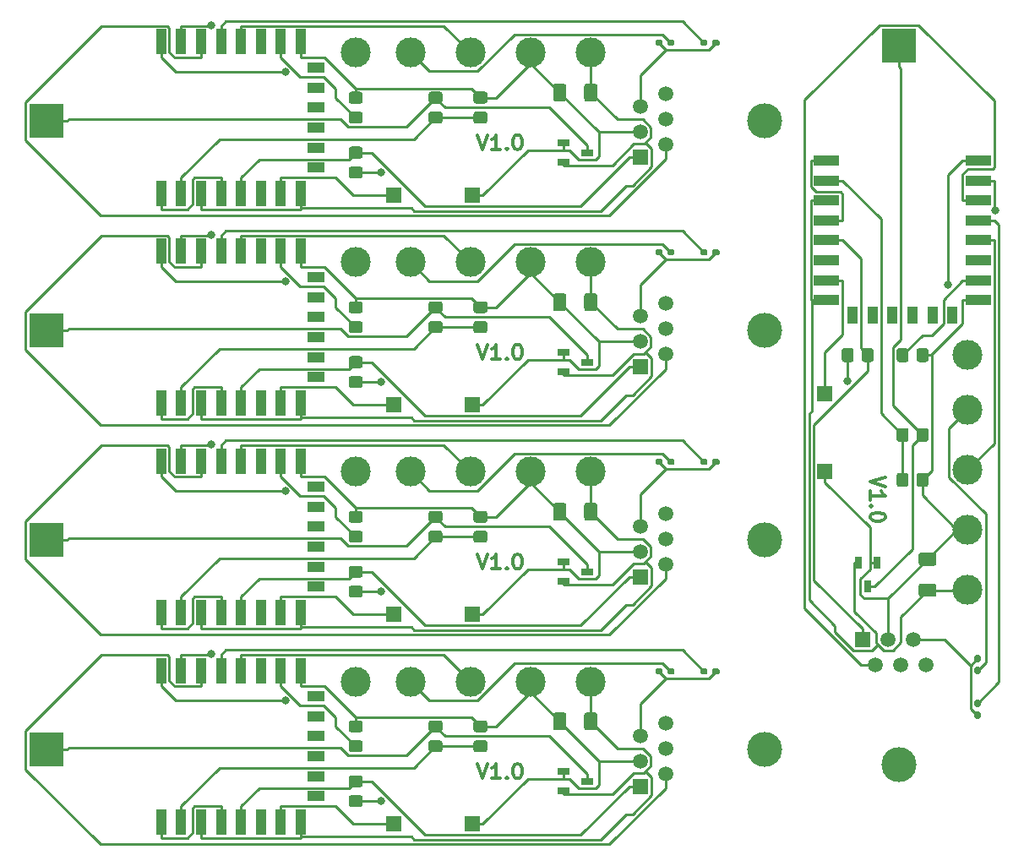
<source format=gbr>
%TF.GenerationSoftware,KiCad,Pcbnew,(5.1.9)-1*%
%TF.CreationDate,2021-04-05T17:54:04+02:00*%
%TF.ProjectId,IM350_AM550_multi,494d3335-305f-4414-9d35-35305f6d756c,rev?*%
%TF.SameCoordinates,Original*%
%TF.FileFunction,Copper,L1,Top*%
%TF.FilePolarity,Positive*%
%FSLAX46Y46*%
G04 Gerber Fmt 4.6, Leading zero omitted, Abs format (unit mm)*
G04 Created by KiCad (PCBNEW (5.1.9)-1) date 2021-04-05 17:54:04*
%MOMM*%
%LPD*%
G01*
G04 APERTURE LIST*
%TA.AperFunction,NonConductor*%
%ADD10C,0.300000*%
%TD*%
%TA.AperFunction,ComponentPad*%
%ADD11R,1.520000X1.520000*%
%TD*%
%TA.AperFunction,ComponentPad*%
%ADD12C,1.520000*%
%TD*%
%TA.AperFunction,ComponentPad*%
%ADD13C,3.000000*%
%TD*%
%TA.AperFunction,SMDPad,CuDef*%
%ADD14R,2.500000X1.000000*%
%TD*%
%TA.AperFunction,SMDPad,CuDef*%
%ADD15R,1.000000X1.800000*%
%TD*%
%TA.AperFunction,SMDPad,CuDef*%
%ADD16R,1.500000X1.500000*%
%TD*%
%TA.AperFunction,SMDPad,CuDef*%
%ADD17R,0.800000X1.300000*%
%TD*%
%TA.AperFunction,ComponentPad*%
%ADD18R,3.500000X3.500000*%
%TD*%
%TA.AperFunction,ComponentPad*%
%ADD19C,3.500000*%
%TD*%
%TA.AperFunction,SMDPad,CuDef*%
%ADD20R,1.000000X2.500000*%
%TD*%
%TA.AperFunction,SMDPad,CuDef*%
%ADD21R,1.800000X1.000000*%
%TD*%
%TA.AperFunction,SMDPad,CuDef*%
%ADD22R,1.300000X0.800000*%
%TD*%
%TA.AperFunction,ViaPad*%
%ADD23C,0.800000*%
%TD*%
%TA.AperFunction,Conductor*%
%ADD24C,0.250000*%
%TD*%
G04 APERTURE END LIST*
D10*
X127071428Y-76214285D02*
X125571428Y-76714285D01*
X127071428Y-77214285D01*
X125571428Y-78500000D02*
X125571428Y-77642857D01*
X125571428Y-78071428D02*
X127071428Y-78071428D01*
X126857142Y-77928571D01*
X126714285Y-77785714D01*
X126642857Y-77642857D01*
X125714285Y-79142857D02*
X125642857Y-79214285D01*
X125571428Y-79142857D01*
X125642857Y-79071428D01*
X125714285Y-79142857D01*
X125571428Y-79142857D01*
X127071428Y-80142857D02*
X127071428Y-80285714D01*
X127000000Y-80428571D01*
X126928571Y-80500000D01*
X126785714Y-80571428D01*
X126500000Y-80642857D01*
X126142857Y-80642857D01*
X125857142Y-80571428D01*
X125714285Y-80500000D01*
X125642857Y-80428571D01*
X125571428Y-80285714D01*
X125571428Y-80142857D01*
X125642857Y-80000000D01*
X125714285Y-79928571D01*
X125857142Y-79857142D01*
X126142857Y-79785714D01*
X126500000Y-79785714D01*
X126785714Y-79857142D01*
X126928571Y-79928571D01*
X127000000Y-80000000D01*
X127071428Y-80142857D01*
X86214285Y-104928571D02*
X86714285Y-106428571D01*
X87214285Y-104928571D01*
X88500000Y-106428571D02*
X87642857Y-106428571D01*
X88071428Y-106428571D02*
X88071428Y-104928571D01*
X87928571Y-105142857D01*
X87785714Y-105285714D01*
X87642857Y-105357142D01*
X89142857Y-106285714D02*
X89214285Y-106357142D01*
X89142857Y-106428571D01*
X89071428Y-106357142D01*
X89142857Y-106285714D01*
X89142857Y-106428571D01*
X90142857Y-104928571D02*
X90285714Y-104928571D01*
X90428571Y-105000000D01*
X90500000Y-105071428D01*
X90571428Y-105214285D01*
X90642857Y-105500000D01*
X90642857Y-105857142D01*
X90571428Y-106142857D01*
X90500000Y-106285714D01*
X90428571Y-106357142D01*
X90285714Y-106428571D01*
X90142857Y-106428571D01*
X90000000Y-106357142D01*
X89928571Y-106285714D01*
X89857142Y-106142857D01*
X89785714Y-105857142D01*
X89785714Y-105500000D01*
X89857142Y-105214285D01*
X89928571Y-105071428D01*
X90000000Y-105000000D01*
X90142857Y-104928571D01*
X86214285Y-83928571D02*
X86714285Y-85428571D01*
X87214285Y-83928571D01*
X88500000Y-85428571D02*
X87642857Y-85428571D01*
X88071428Y-85428571D02*
X88071428Y-83928571D01*
X87928571Y-84142857D01*
X87785714Y-84285714D01*
X87642857Y-84357142D01*
X89142857Y-85285714D02*
X89214285Y-85357142D01*
X89142857Y-85428571D01*
X89071428Y-85357142D01*
X89142857Y-85285714D01*
X89142857Y-85428571D01*
X90142857Y-83928571D02*
X90285714Y-83928571D01*
X90428571Y-84000000D01*
X90500000Y-84071428D01*
X90571428Y-84214285D01*
X90642857Y-84500000D01*
X90642857Y-84857142D01*
X90571428Y-85142857D01*
X90500000Y-85285714D01*
X90428571Y-85357142D01*
X90285714Y-85428571D01*
X90142857Y-85428571D01*
X90000000Y-85357142D01*
X89928571Y-85285714D01*
X89857142Y-85142857D01*
X89785714Y-84857142D01*
X89785714Y-84500000D01*
X89857142Y-84214285D01*
X89928571Y-84071428D01*
X90000000Y-84000000D01*
X90142857Y-83928571D01*
X86214285Y-62928571D02*
X86714285Y-64428571D01*
X87214285Y-62928571D01*
X88500000Y-64428571D02*
X87642857Y-64428571D01*
X88071428Y-64428571D02*
X88071428Y-62928571D01*
X87928571Y-63142857D01*
X87785714Y-63285714D01*
X87642857Y-63357142D01*
X89142857Y-64285714D02*
X89214285Y-64357142D01*
X89142857Y-64428571D01*
X89071428Y-64357142D01*
X89142857Y-64285714D01*
X89142857Y-64428571D01*
X90142857Y-62928571D02*
X90285714Y-62928571D01*
X90428571Y-63000000D01*
X90500000Y-63071428D01*
X90571428Y-63214285D01*
X90642857Y-63500000D01*
X90642857Y-63857142D01*
X90571428Y-64142857D01*
X90500000Y-64285714D01*
X90428571Y-64357142D01*
X90285714Y-64428571D01*
X90142857Y-64428571D01*
X90000000Y-64357142D01*
X89928571Y-64285714D01*
X89857142Y-64142857D01*
X89785714Y-63857142D01*
X89785714Y-63500000D01*
X89857142Y-63214285D01*
X89928571Y-63071428D01*
X90000000Y-63000000D01*
X90142857Y-62928571D01*
X86214285Y-41928571D02*
X86714285Y-43428571D01*
X87214285Y-41928571D01*
X88500000Y-43428571D02*
X87642857Y-43428571D01*
X88071428Y-43428571D02*
X88071428Y-41928571D01*
X87928571Y-42142857D01*
X87785714Y-42285714D01*
X87642857Y-42357142D01*
X89142857Y-43285714D02*
X89214285Y-43357142D01*
X89142857Y-43428571D01*
X89071428Y-43357142D01*
X89142857Y-43285714D01*
X89142857Y-43428571D01*
X90142857Y-41928571D02*
X90285714Y-41928571D01*
X90428571Y-42000000D01*
X90500000Y-42071428D01*
X90571428Y-42214285D01*
X90642857Y-42500000D01*
X90642857Y-42857142D01*
X90571428Y-43142857D01*
X90500000Y-43285714D01*
X90428571Y-43357142D01*
X90285714Y-43428571D01*
X90142857Y-43428571D01*
X90000000Y-43357142D01*
X89928571Y-43285714D01*
X89857142Y-43142857D01*
X89785714Y-42857142D01*
X89785714Y-42500000D01*
X89857142Y-42214285D01*
X89928571Y-42071428D01*
X90000000Y-42000000D01*
X90142857Y-41928571D01*
D11*
%TO.P,J7,1*%
%TO.N,Net-(J7-Pad1)*%
X124800000Y-92500000D03*
D12*
%TO.P,J7,2*%
%TO.N,Net-(J7-Pad2)*%
X126070000Y-95040000D03*
%TO.P,J7,3*%
%TO.N,GND*%
X127340000Y-92500000D03*
%TO.P,J7,4*%
%TO.N,Net-(J7-Pad4)*%
X128610000Y-95040000D03*
%TO.P,J7,5*%
%TO.N,Net-(J7-Pad5)*%
X129880000Y-92500000D03*
%TO.P,J7,6*%
%TO.N,GND*%
X131150000Y-95040000D03*
%TD*%
%TO.P,J7,6*%
%TO.N,GND*%
X105040000Y-100850000D03*
%TO.P,J7,5*%
%TO.N,Net-(J7-Pad5)*%
X102500000Y-102120000D03*
%TO.P,J7,4*%
%TO.N,Net-(J7-Pad4)*%
X105040000Y-103390000D03*
%TO.P,J7,3*%
%TO.N,GND*%
X102500000Y-104660000D03*
%TO.P,J7,2*%
%TO.N,Net-(J7-Pad2)*%
X105040000Y-105930000D03*
D11*
%TO.P,J7,1*%
%TO.N,Net-(J7-Pad1)*%
X102500000Y-107200000D03*
%TD*%
%TO.P,J7,1*%
%TO.N,Net-(J7-Pad1)*%
X102500000Y-86200000D03*
D12*
%TO.P,J7,2*%
%TO.N,Net-(J7-Pad2)*%
X105040000Y-84930000D03*
%TO.P,J7,3*%
%TO.N,GND*%
X102500000Y-83660000D03*
%TO.P,J7,4*%
%TO.N,Net-(J7-Pad4)*%
X105040000Y-82390000D03*
%TO.P,J7,5*%
%TO.N,Net-(J7-Pad5)*%
X102500000Y-81120000D03*
%TO.P,J7,6*%
%TO.N,GND*%
X105040000Y-79850000D03*
%TD*%
%TO.P,J7,6*%
%TO.N,GND*%
X105040000Y-58850000D03*
%TO.P,J7,5*%
%TO.N,Net-(J7-Pad5)*%
X102500000Y-60120000D03*
%TO.P,J7,4*%
%TO.N,Net-(J7-Pad4)*%
X105040000Y-61390000D03*
%TO.P,J7,3*%
%TO.N,GND*%
X102500000Y-62660000D03*
%TO.P,J7,2*%
%TO.N,Net-(J7-Pad2)*%
X105040000Y-63930000D03*
D11*
%TO.P,J7,1*%
%TO.N,Net-(J7-Pad1)*%
X102500000Y-65200000D03*
%TD*%
%TO.P,J7,1*%
%TO.N,Net-(J7-Pad1)*%
X102500000Y-44200000D03*
D12*
%TO.P,J7,2*%
%TO.N,Net-(J7-Pad2)*%
X105040000Y-42930000D03*
%TO.P,J7,3*%
%TO.N,GND*%
X102500000Y-41660000D03*
%TO.P,J7,4*%
%TO.N,Net-(J7-Pad4)*%
X105040000Y-40390000D03*
%TO.P,J7,5*%
%TO.N,Net-(J7-Pad5)*%
X102500000Y-39120000D03*
%TO.P,J7,6*%
%TO.N,GND*%
X105040000Y-37850000D03*
%TD*%
%TO.P,R2,2*%
%TO.N,GND*%
%TA.AperFunction,SMDPad,CuDef*%
G36*
G01*
X130200000Y-76950001D02*
X130200000Y-76049999D01*
G75*
G02*
X130449999Y-75800000I249999J0D01*
G01*
X131150001Y-75800000D01*
G75*
G02*
X131400000Y-76049999I0J-249999D01*
G01*
X131400000Y-76950001D01*
G75*
G02*
X131150001Y-77200000I-249999J0D01*
G01*
X130449999Y-77200000D01*
G75*
G02*
X130200000Y-76950001I0J249999D01*
G01*
G37*
%TD.AperFunction*%
%TO.P,R2,1*%
%TO.N,Net-(R1-Pad2)*%
%TA.AperFunction,SMDPad,CuDef*%
G36*
G01*
X128200000Y-76950001D02*
X128200000Y-76049999D01*
G75*
G02*
X128449999Y-75800000I249999J0D01*
G01*
X129150001Y-75800000D01*
G75*
G02*
X129400000Y-76049999I0J-249999D01*
G01*
X129400000Y-76950001D01*
G75*
G02*
X129150001Y-77200000I-249999J0D01*
G01*
X128449999Y-77200000D01*
G75*
G02*
X128200000Y-76950001I0J249999D01*
G01*
G37*
%TD.AperFunction*%
%TD*%
D13*
%TO.P,J1,1*%
%TO.N,+3V3*%
X135300000Y-87500000D03*
%TD*%
D14*
%TO.P,U2,1*%
%TO.N,Net-(U2-Pad1)*%
X121200000Y-44500000D03*
%TO.P,U2,2*%
%TO.N,Net-(R1-Pad2)*%
X121200000Y-46500000D03*
%TO.P,U2,3*%
%TO.N,+3V3*%
X121200000Y-48500000D03*
%TO.P,U2,4*%
%TO.N,Net-(U2-Pad1)*%
X121200000Y-50500000D03*
%TO.P,U2,5*%
%TO.N,Net-(J7-Pad1)*%
X121200000Y-52500000D03*
%TO.P,U2,6*%
%TO.N,Net-(U2-Pad6)*%
X121200000Y-54500000D03*
%TO.P,U2,7*%
%TO.N,Net-(SW1-Pad1)*%
X121200000Y-56500000D03*
%TO.P,U2,8*%
%TO.N,+3V3*%
X121200000Y-58500000D03*
D15*
%TO.P,U2,9*%
%TO.N,Net-(U2-Pad9)*%
X123800000Y-60000000D03*
%TO.P,U2,10*%
%TO.N,Net-(U2-Pad10)*%
X125800000Y-60000000D03*
%TO.P,U2,11*%
%TO.N,Net-(U2-Pad11)*%
X127800000Y-60000000D03*
%TO.P,U2,12*%
%TO.N,Net-(U2-Pad12)*%
X129800000Y-60000000D03*
%TO.P,U2,13*%
%TO.N,Net-(U2-Pad13)*%
X131800000Y-60000000D03*
%TO.P,U2,14*%
%TO.N,Net-(U2-Pad14)*%
X133800000Y-60000000D03*
D14*
%TO.P,U2,15*%
%TO.N,GND*%
X136400000Y-58500000D03*
%TO.P,U2,16*%
%TO.N,Net-(R4-Pad1)*%
X136400000Y-56500000D03*
%TO.P,U2,17*%
%TO.N,Net-(U2-Pad17)*%
X136400000Y-54500000D03*
%TO.P,U2,18*%
%TO.N,Net-(J4-Pad1)*%
X136400000Y-52500000D03*
%TO.P,U2,19*%
%TO.N,/GPIO4*%
X136400000Y-50500000D03*
%TO.P,U2,20*%
%TO.N,Net-(J7-Pad2)*%
X136400000Y-48500000D03*
%TO.P,U2,21*%
%TO.N,/GPIO3*%
X136400000Y-46500000D03*
%TO.P,U2,22*%
%TO.N,Net-(J2-Pad1)*%
X136400000Y-44500000D03*
%TD*%
%TO.P,R6,2*%
%TO.N,/GPIO4*%
%TA.AperFunction,SMDPad,CuDef*%
G36*
G01*
X136460000Y-99260000D02*
X136140000Y-99260000D01*
G75*
G02*
X135980000Y-99100000I0J160000D01*
G01*
X135980000Y-98705000D01*
G75*
G02*
X136140000Y-98545000I160000J0D01*
G01*
X136460000Y-98545000D01*
G75*
G02*
X136620000Y-98705000I0J-160000D01*
G01*
X136620000Y-99100000D01*
G75*
G02*
X136460000Y-99260000I-160000J0D01*
G01*
G37*
%TD.AperFunction*%
%TO.P,R6,1*%
%TO.N,Net-(J7-Pad5)*%
%TA.AperFunction,SMDPad,CuDef*%
G36*
G01*
X136460000Y-100455000D02*
X136140000Y-100455000D01*
G75*
G02*
X135980000Y-100295000I0J160000D01*
G01*
X135980000Y-99900000D01*
G75*
G02*
X136140000Y-99740000I160000J0D01*
G01*
X136460000Y-99740000D01*
G75*
G02*
X136620000Y-99900000I0J-160000D01*
G01*
X136620000Y-100295000D01*
G75*
G02*
X136460000Y-100455000I-160000J0D01*
G01*
G37*
%TD.AperFunction*%
%TD*%
D13*
%TO.P,J4,1*%
%TO.N,Net-(J4-Pad1)*%
X135300000Y-75500000D03*
%TD*%
%TO.P,R3,2*%
%TO.N,/GPIO3*%
%TA.AperFunction,SMDPad,CuDef*%
G36*
G01*
X136140000Y-95240000D02*
X136460000Y-95240000D01*
G75*
G02*
X136620000Y-95400000I0J-160000D01*
G01*
X136620000Y-95795000D01*
G75*
G02*
X136460000Y-95955000I-160000J0D01*
G01*
X136140000Y-95955000D01*
G75*
G02*
X135980000Y-95795000I0J160000D01*
G01*
X135980000Y-95400000D01*
G75*
G02*
X136140000Y-95240000I160000J0D01*
G01*
G37*
%TD.AperFunction*%
%TO.P,R3,1*%
%TO.N,Net-(J7-Pad5)*%
%TA.AperFunction,SMDPad,CuDef*%
G36*
G01*
X136140000Y-94045000D02*
X136460000Y-94045000D01*
G75*
G02*
X136620000Y-94205000I0J-160000D01*
G01*
X136620000Y-94600000D01*
G75*
G02*
X136460000Y-94760000I-160000J0D01*
G01*
X136140000Y-94760000D01*
G75*
G02*
X135980000Y-94600000I0J160000D01*
G01*
X135980000Y-94205000D01*
G75*
G02*
X136140000Y-94045000I160000J0D01*
G01*
G37*
%TD.AperFunction*%
%TD*%
%TO.P,J2,1*%
%TO.N,Net-(J2-Pad1)*%
X135300000Y-64000000D03*
%TD*%
%TO.P,J6,1*%
%TO.N,GND*%
X135300000Y-81500000D03*
%TD*%
%TO.P,J3,1*%
%TO.N,/GPIO3*%
X135300000Y-69500000D03*
%TD*%
%TO.P,R1,1*%
%TO.N,+3V8*%
%TA.AperFunction,SMDPad,CuDef*%
G36*
G01*
X131400000Y-71549999D02*
X131400000Y-72450001D01*
G75*
G02*
X131150001Y-72700000I-249999J0D01*
G01*
X130449999Y-72700000D01*
G75*
G02*
X130200000Y-72450001I0J249999D01*
G01*
X130200000Y-71549999D01*
G75*
G02*
X130449999Y-71300000I249999J0D01*
G01*
X131150001Y-71300000D01*
G75*
G02*
X131400000Y-71549999I0J-249999D01*
G01*
G37*
%TD.AperFunction*%
%TO.P,R1,2*%
%TO.N,Net-(R1-Pad2)*%
%TA.AperFunction,SMDPad,CuDef*%
G36*
G01*
X129400000Y-71549999D02*
X129400000Y-72450001D01*
G75*
G02*
X129150001Y-72700000I-249999J0D01*
G01*
X128449999Y-72700000D01*
G75*
G02*
X128200000Y-72450001I0J249999D01*
G01*
X128200000Y-71549999D01*
G75*
G02*
X128449999Y-71300000I249999J0D01*
G01*
X129150001Y-71300000D01*
G75*
G02*
X129400000Y-71549999I0J-249999D01*
G01*
G37*
%TD.AperFunction*%
%TD*%
%TO.P,R5,2*%
%TO.N,Net-(J7-Pad5)*%
%TA.AperFunction,SMDPad,CuDef*%
G36*
G01*
X123900000Y-63549999D02*
X123900000Y-64450001D01*
G75*
G02*
X123650001Y-64700000I-249999J0D01*
G01*
X122949999Y-64700000D01*
G75*
G02*
X122700000Y-64450001I0J249999D01*
G01*
X122700000Y-63549999D01*
G75*
G02*
X122949999Y-63300000I249999J0D01*
G01*
X123650001Y-63300000D01*
G75*
G02*
X123900000Y-63549999I0J-249999D01*
G01*
G37*
%TD.AperFunction*%
%TO.P,R5,1*%
%TO.N,Net-(J7-Pad1)*%
%TA.AperFunction,SMDPad,CuDef*%
G36*
G01*
X125900000Y-63549999D02*
X125900000Y-64450001D01*
G75*
G02*
X125650001Y-64700000I-249999J0D01*
G01*
X124949999Y-64700000D01*
G75*
G02*
X124700000Y-64450001I0J249999D01*
G01*
X124700000Y-63549999D01*
G75*
G02*
X124949999Y-63300000I249999J0D01*
G01*
X125650001Y-63300000D01*
G75*
G02*
X125900000Y-63549999I0J-249999D01*
G01*
G37*
%TD.AperFunction*%
%TD*%
D16*
%TO.P,SW1,1*%
%TO.N,Net-(SW1-Pad1)*%
X121000000Y-67850000D03*
%TO.P,SW1,2*%
%TO.N,GND*%
X121000000Y-75650000D03*
%TD*%
%TO.P,R4,1*%
%TO.N,Net-(R4-Pad1)*%
%TA.AperFunction,SMDPad,CuDef*%
G36*
G01*
X128200000Y-64450001D02*
X128200000Y-63549999D01*
G75*
G02*
X128449999Y-63300000I249999J0D01*
G01*
X129150001Y-63300000D01*
G75*
G02*
X129400000Y-63549999I0J-249999D01*
G01*
X129400000Y-64450001D01*
G75*
G02*
X129150001Y-64700000I-249999J0D01*
G01*
X128449999Y-64700000D01*
G75*
G02*
X128200000Y-64450001I0J249999D01*
G01*
G37*
%TD.AperFunction*%
%TO.P,R4,2*%
%TO.N,GND*%
%TA.AperFunction,SMDPad,CuDef*%
G36*
G01*
X130200000Y-64450001D02*
X130200000Y-63549999D01*
G75*
G02*
X130449999Y-63300000I249999J0D01*
G01*
X131150001Y-63300000D01*
G75*
G02*
X131400000Y-63549999I0J-249999D01*
G01*
X131400000Y-64450001D01*
G75*
G02*
X131150001Y-64700000I-249999J0D01*
G01*
X130449999Y-64700000D01*
G75*
G02*
X130200000Y-64450001I0J249999D01*
G01*
G37*
%TD.AperFunction*%
%TD*%
D17*
%TO.P,U1,1*%
%TO.N,GND*%
X126250000Y-84800000D03*
%TO.P,U1,2*%
%TO.N,+3V3*%
X124350000Y-84800000D03*
%TO.P,U1,3*%
%TO.N,+3V8*%
X125300000Y-87200000D03*
%TD*%
D18*
%TO.P,BT1,1*%
%TO.N,+3V8*%
X128445000Y-33000000D03*
D19*
%TO.P,BT1,2*%
%TO.N,GND*%
X128445000Y-105000000D03*
%TD*%
%TO.P,C2,1*%
%TO.N,+3V3*%
%TA.AperFunction,SMDPad,CuDef*%
G36*
G01*
X131950001Y-88225000D02*
X130649999Y-88225000D01*
G75*
G02*
X130400000Y-87975001I0J249999D01*
G01*
X130400000Y-87149999D01*
G75*
G02*
X130649999Y-86900000I249999J0D01*
G01*
X131950001Y-86900000D01*
G75*
G02*
X132200000Y-87149999I0J-249999D01*
G01*
X132200000Y-87975001D01*
G75*
G02*
X131950001Y-88225000I-249999J0D01*
G01*
G37*
%TD.AperFunction*%
%TO.P,C2,2*%
%TO.N,GND*%
%TA.AperFunction,SMDPad,CuDef*%
G36*
G01*
X131950001Y-85100000D02*
X130649999Y-85100000D01*
G75*
G02*
X130400000Y-84850001I0J249999D01*
G01*
X130400000Y-84024999D01*
G75*
G02*
X130649999Y-83775000I249999J0D01*
G01*
X131950001Y-83775000D01*
G75*
G02*
X132200000Y-84024999I0J-249999D01*
G01*
X132200000Y-84850001D01*
G75*
G02*
X131950001Y-85100000I-249999J0D01*
G01*
G37*
%TD.AperFunction*%
%TD*%
%TO.P,R6,1*%
%TO.N,Net-(J7-Pad5)*%
%TA.AperFunction,SMDPad,CuDef*%
G36*
G01*
X110455000Y-95540000D02*
X110455000Y-95860000D01*
G75*
G02*
X110295000Y-96020000I-160000J0D01*
G01*
X109900000Y-96020000D01*
G75*
G02*
X109740000Y-95860000I0J160000D01*
G01*
X109740000Y-95540000D01*
G75*
G02*
X109900000Y-95380000I160000J0D01*
G01*
X110295000Y-95380000D01*
G75*
G02*
X110455000Y-95540000I0J-160000D01*
G01*
G37*
%TD.AperFunction*%
%TO.P,R6,2*%
%TO.N,/GPIO4*%
%TA.AperFunction,SMDPad,CuDef*%
G36*
G01*
X109260000Y-95540000D02*
X109260000Y-95860000D01*
G75*
G02*
X109100000Y-96020000I-160000J0D01*
G01*
X108705000Y-96020000D01*
G75*
G02*
X108545000Y-95860000I0J160000D01*
G01*
X108545000Y-95540000D01*
G75*
G02*
X108705000Y-95380000I160000J0D01*
G01*
X109100000Y-95380000D01*
G75*
G02*
X109260000Y-95540000I0J-160000D01*
G01*
G37*
%TD.AperFunction*%
%TD*%
D13*
%TO.P,J4,1*%
%TO.N,Net-(J4-Pad1)*%
X85500000Y-96700000D03*
%TD*%
%TO.P,J3,1*%
%TO.N,/GPIO3*%
X79500000Y-96700000D03*
%TD*%
%TO.P,R2,1*%
%TO.N,Net-(R1-Pad2)*%
%TA.AperFunction,SMDPad,CuDef*%
G36*
G01*
X86950001Y-103800000D02*
X86049999Y-103800000D01*
G75*
G02*
X85800000Y-103550001I0J249999D01*
G01*
X85800000Y-102849999D01*
G75*
G02*
X86049999Y-102600000I249999J0D01*
G01*
X86950001Y-102600000D01*
G75*
G02*
X87200000Y-102849999I0J-249999D01*
G01*
X87200000Y-103550001D01*
G75*
G02*
X86950001Y-103800000I-249999J0D01*
G01*
G37*
%TD.AperFunction*%
%TO.P,R2,2*%
%TO.N,GND*%
%TA.AperFunction,SMDPad,CuDef*%
G36*
G01*
X86950001Y-101800000D02*
X86049999Y-101800000D01*
G75*
G02*
X85800000Y-101550001I0J249999D01*
G01*
X85800000Y-100849999D01*
G75*
G02*
X86049999Y-100600000I249999J0D01*
G01*
X86950001Y-100600000D01*
G75*
G02*
X87200000Y-100849999I0J-249999D01*
G01*
X87200000Y-101550001D01*
G75*
G02*
X86950001Y-101800000I-249999J0D01*
G01*
G37*
%TD.AperFunction*%
%TD*%
%TO.P,R3,1*%
%TO.N,Net-(J7-Pad5)*%
%TA.AperFunction,SMDPad,CuDef*%
G36*
G01*
X104045000Y-95860000D02*
X104045000Y-95540000D01*
G75*
G02*
X104205000Y-95380000I160000J0D01*
G01*
X104600000Y-95380000D01*
G75*
G02*
X104760000Y-95540000I0J-160000D01*
G01*
X104760000Y-95860000D01*
G75*
G02*
X104600000Y-96020000I-160000J0D01*
G01*
X104205000Y-96020000D01*
G75*
G02*
X104045000Y-95860000I0J160000D01*
G01*
G37*
%TD.AperFunction*%
%TO.P,R3,2*%
%TO.N,/GPIO3*%
%TA.AperFunction,SMDPad,CuDef*%
G36*
G01*
X105240000Y-95860000D02*
X105240000Y-95540000D01*
G75*
G02*
X105400000Y-95380000I160000J0D01*
G01*
X105795000Y-95380000D01*
G75*
G02*
X105955000Y-95540000I0J-160000D01*
G01*
X105955000Y-95860000D01*
G75*
G02*
X105795000Y-96020000I-160000J0D01*
G01*
X105400000Y-96020000D01*
G75*
G02*
X105240000Y-95860000I0J160000D01*
G01*
G37*
%TD.AperFunction*%
%TD*%
%TO.P,J2,1*%
%TO.N,Net-(J2-Pad1)*%
X74000000Y-96700000D03*
%TD*%
%TO.P,J1,1*%
%TO.N,+3V3*%
X97500000Y-96700000D03*
%TD*%
%TO.P,J6,1*%
%TO.N,GND*%
X91500000Y-96700000D03*
%TD*%
D20*
%TO.P,U2,22*%
%TO.N,Net-(J2-Pad1)*%
X54500000Y-95600000D03*
%TO.P,U2,21*%
%TO.N,/GPIO3*%
X56500000Y-95600000D03*
%TO.P,U2,20*%
%TO.N,Net-(J7-Pad2)*%
X58500000Y-95600000D03*
%TO.P,U2,19*%
%TO.N,/GPIO4*%
X60500000Y-95600000D03*
%TO.P,U2,18*%
%TO.N,Net-(J4-Pad1)*%
X62500000Y-95600000D03*
%TO.P,U2,17*%
%TO.N,Net-(U2-Pad17)*%
X64500000Y-95600000D03*
%TO.P,U2,16*%
%TO.N,Net-(R4-Pad1)*%
X66500000Y-95600000D03*
%TO.P,U2,15*%
%TO.N,GND*%
X68500000Y-95600000D03*
D21*
%TO.P,U2,14*%
%TO.N,Net-(U2-Pad14)*%
X70000000Y-98200000D03*
%TO.P,U2,13*%
%TO.N,Net-(U2-Pad13)*%
X70000000Y-100200000D03*
%TO.P,U2,12*%
%TO.N,Net-(U2-Pad12)*%
X70000000Y-102200000D03*
%TO.P,U2,11*%
%TO.N,Net-(U2-Pad11)*%
X70000000Y-104200000D03*
%TO.P,U2,10*%
%TO.N,Net-(U2-Pad10)*%
X70000000Y-106200000D03*
%TO.P,U2,9*%
%TO.N,Net-(U2-Pad9)*%
X70000000Y-108200000D03*
D20*
%TO.P,U2,8*%
%TO.N,+3V3*%
X68500000Y-110800000D03*
%TO.P,U2,7*%
%TO.N,Net-(SW1-Pad1)*%
X66500000Y-110800000D03*
%TO.P,U2,6*%
%TO.N,Net-(U2-Pad6)*%
X64500000Y-110800000D03*
%TO.P,U2,5*%
%TO.N,Net-(J7-Pad1)*%
X62500000Y-110800000D03*
%TO.P,U2,4*%
%TO.N,Net-(U2-Pad1)*%
X60500000Y-110800000D03*
%TO.P,U2,3*%
%TO.N,+3V3*%
X58500000Y-110800000D03*
%TO.P,U2,2*%
%TO.N,Net-(R1-Pad2)*%
X56500000Y-110800000D03*
%TO.P,U2,1*%
%TO.N,Net-(U2-Pad1)*%
X54500000Y-110800000D03*
%TD*%
%TO.P,R4,2*%
%TO.N,GND*%
%TA.AperFunction,SMDPad,CuDef*%
G36*
G01*
X74450001Y-101800000D02*
X73549999Y-101800000D01*
G75*
G02*
X73300000Y-101550001I0J249999D01*
G01*
X73300000Y-100849999D01*
G75*
G02*
X73549999Y-100600000I249999J0D01*
G01*
X74450001Y-100600000D01*
G75*
G02*
X74700000Y-100849999I0J-249999D01*
G01*
X74700000Y-101550001D01*
G75*
G02*
X74450001Y-101800000I-249999J0D01*
G01*
G37*
%TD.AperFunction*%
%TO.P,R4,1*%
%TO.N,Net-(R4-Pad1)*%
%TA.AperFunction,SMDPad,CuDef*%
G36*
G01*
X74450001Y-103800000D02*
X73549999Y-103800000D01*
G75*
G02*
X73300000Y-103550001I0J249999D01*
G01*
X73300000Y-102849999D01*
G75*
G02*
X73549999Y-102600000I249999J0D01*
G01*
X74450001Y-102600000D01*
G75*
G02*
X74700000Y-102849999I0J-249999D01*
G01*
X74700000Y-103550001D01*
G75*
G02*
X74450001Y-103800000I-249999J0D01*
G01*
G37*
%TD.AperFunction*%
%TD*%
D19*
%TO.P,BT1,2*%
%TO.N,GND*%
X115000000Y-103555000D03*
D18*
%TO.P,BT1,1*%
%TO.N,+3V8*%
X43000000Y-103555000D03*
%TD*%
%TO.P,R1,2*%
%TO.N,Net-(R1-Pad2)*%
%TA.AperFunction,SMDPad,CuDef*%
G36*
G01*
X81549999Y-102600000D02*
X82450001Y-102600000D01*
G75*
G02*
X82700000Y-102849999I0J-249999D01*
G01*
X82700000Y-103550001D01*
G75*
G02*
X82450001Y-103800000I-249999J0D01*
G01*
X81549999Y-103800000D01*
G75*
G02*
X81300000Y-103550001I0J249999D01*
G01*
X81300000Y-102849999D01*
G75*
G02*
X81549999Y-102600000I249999J0D01*
G01*
G37*
%TD.AperFunction*%
%TO.P,R1,1*%
%TO.N,+3V8*%
%TA.AperFunction,SMDPad,CuDef*%
G36*
G01*
X81549999Y-100600000D02*
X82450001Y-100600000D01*
G75*
G02*
X82700000Y-100849999I0J-249999D01*
G01*
X82700000Y-101550001D01*
G75*
G02*
X82450001Y-101800000I-249999J0D01*
G01*
X81549999Y-101800000D01*
G75*
G02*
X81300000Y-101550001I0J249999D01*
G01*
X81300000Y-100849999D01*
G75*
G02*
X81549999Y-100600000I249999J0D01*
G01*
G37*
%TD.AperFunction*%
%TD*%
%TO.P,C2,2*%
%TO.N,GND*%
%TA.AperFunction,SMDPad,CuDef*%
G36*
G01*
X95100000Y-100049999D02*
X95100000Y-101350001D01*
G75*
G02*
X94850001Y-101600000I-249999J0D01*
G01*
X94024999Y-101600000D01*
G75*
G02*
X93775000Y-101350001I0J249999D01*
G01*
X93775000Y-100049999D01*
G75*
G02*
X94024999Y-99800000I249999J0D01*
G01*
X94850001Y-99800000D01*
G75*
G02*
X95100000Y-100049999I0J-249999D01*
G01*
G37*
%TD.AperFunction*%
%TO.P,C2,1*%
%TO.N,+3V3*%
%TA.AperFunction,SMDPad,CuDef*%
G36*
G01*
X98225000Y-100049999D02*
X98225000Y-101350001D01*
G75*
G02*
X97975001Y-101600000I-249999J0D01*
G01*
X97149999Y-101600000D01*
G75*
G02*
X96900000Y-101350001I0J249999D01*
G01*
X96900000Y-100049999D01*
G75*
G02*
X97149999Y-99800000I249999J0D01*
G01*
X97975001Y-99800000D01*
G75*
G02*
X98225000Y-100049999I0J-249999D01*
G01*
G37*
%TD.AperFunction*%
%TD*%
D22*
%TO.P,U1,3*%
%TO.N,+3V8*%
X97200000Y-106700000D03*
%TO.P,U1,2*%
%TO.N,+3V3*%
X94800000Y-107650000D03*
%TO.P,U1,1*%
%TO.N,GND*%
X94800000Y-105750000D03*
%TD*%
%TO.P,R5,1*%
%TO.N,Net-(J7-Pad1)*%
%TA.AperFunction,SMDPad,CuDef*%
G36*
G01*
X73549999Y-106100000D02*
X74450001Y-106100000D01*
G75*
G02*
X74700000Y-106349999I0J-249999D01*
G01*
X74700000Y-107050001D01*
G75*
G02*
X74450001Y-107300000I-249999J0D01*
G01*
X73549999Y-107300000D01*
G75*
G02*
X73300000Y-107050001I0J249999D01*
G01*
X73300000Y-106349999D01*
G75*
G02*
X73549999Y-106100000I249999J0D01*
G01*
G37*
%TD.AperFunction*%
%TO.P,R5,2*%
%TO.N,Net-(J7-Pad5)*%
%TA.AperFunction,SMDPad,CuDef*%
G36*
G01*
X73549999Y-108100000D02*
X74450001Y-108100000D01*
G75*
G02*
X74700000Y-108349999I0J-249999D01*
G01*
X74700000Y-109050001D01*
G75*
G02*
X74450001Y-109300000I-249999J0D01*
G01*
X73549999Y-109300000D01*
G75*
G02*
X73300000Y-109050001I0J249999D01*
G01*
X73300000Y-108349999D01*
G75*
G02*
X73549999Y-108100000I249999J0D01*
G01*
G37*
%TD.AperFunction*%
%TD*%
D16*
%TO.P,SW1,2*%
%TO.N,GND*%
X85650000Y-111000000D03*
%TO.P,SW1,1*%
%TO.N,Net-(SW1-Pad1)*%
X77850000Y-111000000D03*
%TD*%
D13*
%TO.P,J4,1*%
%TO.N,Net-(J4-Pad1)*%
X85500000Y-75700000D03*
%TD*%
%TO.P,J3,1*%
%TO.N,/GPIO3*%
X79500000Y-75700000D03*
%TD*%
%TO.P,J2,1*%
%TO.N,Net-(J2-Pad1)*%
X74000000Y-75700000D03*
%TD*%
%TO.P,J1,1*%
%TO.N,+3V3*%
X97500000Y-75700000D03*
%TD*%
%TO.P,R3,2*%
%TO.N,/GPIO3*%
%TA.AperFunction,SMDPad,CuDef*%
G36*
G01*
X105240000Y-74860000D02*
X105240000Y-74540000D01*
G75*
G02*
X105400000Y-74380000I160000J0D01*
G01*
X105795000Y-74380000D01*
G75*
G02*
X105955000Y-74540000I0J-160000D01*
G01*
X105955000Y-74860000D01*
G75*
G02*
X105795000Y-75020000I-160000J0D01*
G01*
X105400000Y-75020000D01*
G75*
G02*
X105240000Y-74860000I0J160000D01*
G01*
G37*
%TD.AperFunction*%
%TO.P,R3,1*%
%TO.N,Net-(J7-Pad5)*%
%TA.AperFunction,SMDPad,CuDef*%
G36*
G01*
X104045000Y-74860000D02*
X104045000Y-74540000D01*
G75*
G02*
X104205000Y-74380000I160000J0D01*
G01*
X104600000Y-74380000D01*
G75*
G02*
X104760000Y-74540000I0J-160000D01*
G01*
X104760000Y-74860000D01*
G75*
G02*
X104600000Y-75020000I-160000J0D01*
G01*
X104205000Y-75020000D01*
G75*
G02*
X104045000Y-74860000I0J160000D01*
G01*
G37*
%TD.AperFunction*%
%TD*%
%TO.P,R6,2*%
%TO.N,/GPIO4*%
%TA.AperFunction,SMDPad,CuDef*%
G36*
G01*
X109260000Y-74540000D02*
X109260000Y-74860000D01*
G75*
G02*
X109100000Y-75020000I-160000J0D01*
G01*
X108705000Y-75020000D01*
G75*
G02*
X108545000Y-74860000I0J160000D01*
G01*
X108545000Y-74540000D01*
G75*
G02*
X108705000Y-74380000I160000J0D01*
G01*
X109100000Y-74380000D01*
G75*
G02*
X109260000Y-74540000I0J-160000D01*
G01*
G37*
%TD.AperFunction*%
%TO.P,R6,1*%
%TO.N,Net-(J7-Pad5)*%
%TA.AperFunction,SMDPad,CuDef*%
G36*
G01*
X110455000Y-74540000D02*
X110455000Y-74860000D01*
G75*
G02*
X110295000Y-75020000I-160000J0D01*
G01*
X109900000Y-75020000D01*
G75*
G02*
X109740000Y-74860000I0J160000D01*
G01*
X109740000Y-74540000D01*
G75*
G02*
X109900000Y-74380000I160000J0D01*
G01*
X110295000Y-74380000D01*
G75*
G02*
X110455000Y-74540000I0J-160000D01*
G01*
G37*
%TD.AperFunction*%
%TD*%
%TO.P,R2,2*%
%TO.N,GND*%
%TA.AperFunction,SMDPad,CuDef*%
G36*
G01*
X86950001Y-80800000D02*
X86049999Y-80800000D01*
G75*
G02*
X85800000Y-80550001I0J249999D01*
G01*
X85800000Y-79849999D01*
G75*
G02*
X86049999Y-79600000I249999J0D01*
G01*
X86950001Y-79600000D01*
G75*
G02*
X87200000Y-79849999I0J-249999D01*
G01*
X87200000Y-80550001D01*
G75*
G02*
X86950001Y-80800000I-249999J0D01*
G01*
G37*
%TD.AperFunction*%
%TO.P,R2,1*%
%TO.N,Net-(R1-Pad2)*%
%TA.AperFunction,SMDPad,CuDef*%
G36*
G01*
X86950001Y-82800000D02*
X86049999Y-82800000D01*
G75*
G02*
X85800000Y-82550001I0J249999D01*
G01*
X85800000Y-81849999D01*
G75*
G02*
X86049999Y-81600000I249999J0D01*
G01*
X86950001Y-81600000D01*
G75*
G02*
X87200000Y-81849999I0J-249999D01*
G01*
X87200000Y-82550001D01*
G75*
G02*
X86950001Y-82800000I-249999J0D01*
G01*
G37*
%TD.AperFunction*%
%TD*%
D18*
%TO.P,BT1,1*%
%TO.N,+3V8*%
X43000000Y-82555000D03*
D19*
%TO.P,BT1,2*%
%TO.N,GND*%
X115000000Y-82555000D03*
%TD*%
%TO.P,C2,1*%
%TO.N,+3V3*%
%TA.AperFunction,SMDPad,CuDef*%
G36*
G01*
X98225000Y-79049999D02*
X98225000Y-80350001D01*
G75*
G02*
X97975001Y-80600000I-249999J0D01*
G01*
X97149999Y-80600000D01*
G75*
G02*
X96900000Y-80350001I0J249999D01*
G01*
X96900000Y-79049999D01*
G75*
G02*
X97149999Y-78800000I249999J0D01*
G01*
X97975001Y-78800000D01*
G75*
G02*
X98225000Y-79049999I0J-249999D01*
G01*
G37*
%TD.AperFunction*%
%TO.P,C2,2*%
%TO.N,GND*%
%TA.AperFunction,SMDPad,CuDef*%
G36*
G01*
X95100000Y-79049999D02*
X95100000Y-80350001D01*
G75*
G02*
X94850001Y-80600000I-249999J0D01*
G01*
X94024999Y-80600000D01*
G75*
G02*
X93775000Y-80350001I0J249999D01*
G01*
X93775000Y-79049999D01*
G75*
G02*
X94024999Y-78800000I249999J0D01*
G01*
X94850001Y-78800000D01*
G75*
G02*
X95100000Y-79049999I0J-249999D01*
G01*
G37*
%TD.AperFunction*%
%TD*%
%TO.P,R5,2*%
%TO.N,Net-(J7-Pad5)*%
%TA.AperFunction,SMDPad,CuDef*%
G36*
G01*
X73549999Y-87100000D02*
X74450001Y-87100000D01*
G75*
G02*
X74700000Y-87349999I0J-249999D01*
G01*
X74700000Y-88050001D01*
G75*
G02*
X74450001Y-88300000I-249999J0D01*
G01*
X73549999Y-88300000D01*
G75*
G02*
X73300000Y-88050001I0J249999D01*
G01*
X73300000Y-87349999D01*
G75*
G02*
X73549999Y-87100000I249999J0D01*
G01*
G37*
%TD.AperFunction*%
%TO.P,R5,1*%
%TO.N,Net-(J7-Pad1)*%
%TA.AperFunction,SMDPad,CuDef*%
G36*
G01*
X73549999Y-85100000D02*
X74450001Y-85100000D01*
G75*
G02*
X74700000Y-85349999I0J-249999D01*
G01*
X74700000Y-86050001D01*
G75*
G02*
X74450001Y-86300000I-249999J0D01*
G01*
X73549999Y-86300000D01*
G75*
G02*
X73300000Y-86050001I0J249999D01*
G01*
X73300000Y-85349999D01*
G75*
G02*
X73549999Y-85100000I249999J0D01*
G01*
G37*
%TD.AperFunction*%
%TD*%
D16*
%TO.P,SW1,1*%
%TO.N,Net-(SW1-Pad1)*%
X77850000Y-90000000D03*
%TO.P,SW1,2*%
%TO.N,GND*%
X85650000Y-90000000D03*
%TD*%
%TO.P,R4,1*%
%TO.N,Net-(R4-Pad1)*%
%TA.AperFunction,SMDPad,CuDef*%
G36*
G01*
X74450001Y-82800000D02*
X73549999Y-82800000D01*
G75*
G02*
X73300000Y-82550001I0J249999D01*
G01*
X73300000Y-81849999D01*
G75*
G02*
X73549999Y-81600000I249999J0D01*
G01*
X74450001Y-81600000D01*
G75*
G02*
X74700000Y-81849999I0J-249999D01*
G01*
X74700000Y-82550001D01*
G75*
G02*
X74450001Y-82800000I-249999J0D01*
G01*
G37*
%TD.AperFunction*%
%TO.P,R4,2*%
%TO.N,GND*%
%TA.AperFunction,SMDPad,CuDef*%
G36*
G01*
X74450001Y-80800000D02*
X73549999Y-80800000D01*
G75*
G02*
X73300000Y-80550001I0J249999D01*
G01*
X73300000Y-79849999D01*
G75*
G02*
X73549999Y-79600000I249999J0D01*
G01*
X74450001Y-79600000D01*
G75*
G02*
X74700000Y-79849999I0J-249999D01*
G01*
X74700000Y-80550001D01*
G75*
G02*
X74450001Y-80800000I-249999J0D01*
G01*
G37*
%TD.AperFunction*%
%TD*%
D20*
%TO.P,U2,1*%
%TO.N,Net-(U2-Pad1)*%
X54500000Y-89800000D03*
%TO.P,U2,2*%
%TO.N,Net-(R1-Pad2)*%
X56500000Y-89800000D03*
%TO.P,U2,3*%
%TO.N,+3V3*%
X58500000Y-89800000D03*
%TO.P,U2,4*%
%TO.N,Net-(U2-Pad1)*%
X60500000Y-89800000D03*
%TO.P,U2,5*%
%TO.N,Net-(J7-Pad1)*%
X62500000Y-89800000D03*
%TO.P,U2,6*%
%TO.N,Net-(U2-Pad6)*%
X64500000Y-89800000D03*
%TO.P,U2,7*%
%TO.N,Net-(SW1-Pad1)*%
X66500000Y-89800000D03*
%TO.P,U2,8*%
%TO.N,+3V3*%
X68500000Y-89800000D03*
D21*
%TO.P,U2,9*%
%TO.N,Net-(U2-Pad9)*%
X70000000Y-87200000D03*
%TO.P,U2,10*%
%TO.N,Net-(U2-Pad10)*%
X70000000Y-85200000D03*
%TO.P,U2,11*%
%TO.N,Net-(U2-Pad11)*%
X70000000Y-83200000D03*
%TO.P,U2,12*%
%TO.N,Net-(U2-Pad12)*%
X70000000Y-81200000D03*
%TO.P,U2,13*%
%TO.N,Net-(U2-Pad13)*%
X70000000Y-79200000D03*
%TO.P,U2,14*%
%TO.N,Net-(U2-Pad14)*%
X70000000Y-77200000D03*
D20*
%TO.P,U2,15*%
%TO.N,GND*%
X68500000Y-74600000D03*
%TO.P,U2,16*%
%TO.N,Net-(R4-Pad1)*%
X66500000Y-74600000D03*
%TO.P,U2,17*%
%TO.N,Net-(U2-Pad17)*%
X64500000Y-74600000D03*
%TO.P,U2,18*%
%TO.N,Net-(J4-Pad1)*%
X62500000Y-74600000D03*
%TO.P,U2,19*%
%TO.N,/GPIO4*%
X60500000Y-74600000D03*
%TO.P,U2,20*%
%TO.N,Net-(J7-Pad2)*%
X58500000Y-74600000D03*
%TO.P,U2,21*%
%TO.N,/GPIO3*%
X56500000Y-74600000D03*
%TO.P,U2,22*%
%TO.N,Net-(J2-Pad1)*%
X54500000Y-74600000D03*
%TD*%
D13*
%TO.P,J6,1*%
%TO.N,GND*%
X91500000Y-75700000D03*
%TD*%
D22*
%TO.P,U1,1*%
%TO.N,GND*%
X94800000Y-84750000D03*
%TO.P,U1,2*%
%TO.N,+3V3*%
X94800000Y-86650000D03*
%TO.P,U1,3*%
%TO.N,+3V8*%
X97200000Y-85700000D03*
%TD*%
%TO.P,R1,1*%
%TO.N,+3V8*%
%TA.AperFunction,SMDPad,CuDef*%
G36*
G01*
X81549999Y-79600000D02*
X82450001Y-79600000D01*
G75*
G02*
X82700000Y-79849999I0J-249999D01*
G01*
X82700000Y-80550001D01*
G75*
G02*
X82450001Y-80800000I-249999J0D01*
G01*
X81549999Y-80800000D01*
G75*
G02*
X81300000Y-80550001I0J249999D01*
G01*
X81300000Y-79849999D01*
G75*
G02*
X81549999Y-79600000I249999J0D01*
G01*
G37*
%TD.AperFunction*%
%TO.P,R1,2*%
%TO.N,Net-(R1-Pad2)*%
%TA.AperFunction,SMDPad,CuDef*%
G36*
G01*
X81549999Y-81600000D02*
X82450001Y-81600000D01*
G75*
G02*
X82700000Y-81849999I0J-249999D01*
G01*
X82700000Y-82550001D01*
G75*
G02*
X82450001Y-82800000I-249999J0D01*
G01*
X81549999Y-82800000D01*
G75*
G02*
X81300000Y-82550001I0J249999D01*
G01*
X81300000Y-81849999D01*
G75*
G02*
X81549999Y-81600000I249999J0D01*
G01*
G37*
%TD.AperFunction*%
%TD*%
%TO.P,R5,1*%
%TO.N,Net-(J7-Pad1)*%
%TA.AperFunction,SMDPad,CuDef*%
G36*
G01*
X73549999Y-64100000D02*
X74450001Y-64100000D01*
G75*
G02*
X74700000Y-64349999I0J-249999D01*
G01*
X74700000Y-65050001D01*
G75*
G02*
X74450001Y-65300000I-249999J0D01*
G01*
X73549999Y-65300000D01*
G75*
G02*
X73300000Y-65050001I0J249999D01*
G01*
X73300000Y-64349999D01*
G75*
G02*
X73549999Y-64100000I249999J0D01*
G01*
G37*
%TD.AperFunction*%
%TO.P,R5,2*%
%TO.N,Net-(J7-Pad5)*%
%TA.AperFunction,SMDPad,CuDef*%
G36*
G01*
X73549999Y-66100000D02*
X74450001Y-66100000D01*
G75*
G02*
X74700000Y-66349999I0J-249999D01*
G01*
X74700000Y-67050001D01*
G75*
G02*
X74450001Y-67300000I-249999J0D01*
G01*
X73549999Y-67300000D01*
G75*
G02*
X73300000Y-67050001I0J249999D01*
G01*
X73300000Y-66349999D01*
G75*
G02*
X73549999Y-66100000I249999J0D01*
G01*
G37*
%TD.AperFunction*%
%TD*%
%TO.P,U1,3*%
%TO.N,+3V8*%
X97200000Y-64700000D03*
%TO.P,U1,2*%
%TO.N,+3V3*%
X94800000Y-65650000D03*
%TO.P,U1,1*%
%TO.N,GND*%
X94800000Y-63750000D03*
%TD*%
D20*
%TO.P,U2,22*%
%TO.N,Net-(J2-Pad1)*%
X54500000Y-53600000D03*
%TO.P,U2,21*%
%TO.N,/GPIO3*%
X56500000Y-53600000D03*
%TO.P,U2,20*%
%TO.N,Net-(J7-Pad2)*%
X58500000Y-53600000D03*
%TO.P,U2,19*%
%TO.N,/GPIO4*%
X60500000Y-53600000D03*
%TO.P,U2,18*%
%TO.N,Net-(J4-Pad1)*%
X62500000Y-53600000D03*
%TO.P,U2,17*%
%TO.N,Net-(U2-Pad17)*%
X64500000Y-53600000D03*
%TO.P,U2,16*%
%TO.N,Net-(R4-Pad1)*%
X66500000Y-53600000D03*
%TO.P,U2,15*%
%TO.N,GND*%
X68500000Y-53600000D03*
D21*
%TO.P,U2,14*%
%TO.N,Net-(U2-Pad14)*%
X70000000Y-56200000D03*
%TO.P,U2,13*%
%TO.N,Net-(U2-Pad13)*%
X70000000Y-58200000D03*
%TO.P,U2,12*%
%TO.N,Net-(U2-Pad12)*%
X70000000Y-60200000D03*
%TO.P,U2,11*%
%TO.N,Net-(U2-Pad11)*%
X70000000Y-62200000D03*
%TO.P,U2,10*%
%TO.N,Net-(U2-Pad10)*%
X70000000Y-64200000D03*
%TO.P,U2,9*%
%TO.N,Net-(U2-Pad9)*%
X70000000Y-66200000D03*
D20*
%TO.P,U2,8*%
%TO.N,+3V3*%
X68500000Y-68800000D03*
%TO.P,U2,7*%
%TO.N,Net-(SW1-Pad1)*%
X66500000Y-68800000D03*
%TO.P,U2,6*%
%TO.N,Net-(U2-Pad6)*%
X64500000Y-68800000D03*
%TO.P,U2,5*%
%TO.N,Net-(J7-Pad1)*%
X62500000Y-68800000D03*
%TO.P,U2,4*%
%TO.N,Net-(U2-Pad1)*%
X60500000Y-68800000D03*
%TO.P,U2,3*%
%TO.N,+3V3*%
X58500000Y-68800000D03*
%TO.P,U2,2*%
%TO.N,Net-(R1-Pad2)*%
X56500000Y-68800000D03*
%TO.P,U2,1*%
%TO.N,Net-(U2-Pad1)*%
X54500000Y-68800000D03*
%TD*%
%TO.P,R4,2*%
%TO.N,GND*%
%TA.AperFunction,SMDPad,CuDef*%
G36*
G01*
X74450001Y-59800000D02*
X73549999Y-59800000D01*
G75*
G02*
X73300000Y-59550001I0J249999D01*
G01*
X73300000Y-58849999D01*
G75*
G02*
X73549999Y-58600000I249999J0D01*
G01*
X74450001Y-58600000D01*
G75*
G02*
X74700000Y-58849999I0J-249999D01*
G01*
X74700000Y-59550001D01*
G75*
G02*
X74450001Y-59800000I-249999J0D01*
G01*
G37*
%TD.AperFunction*%
%TO.P,R4,1*%
%TO.N,Net-(R4-Pad1)*%
%TA.AperFunction,SMDPad,CuDef*%
G36*
G01*
X74450001Y-61800000D02*
X73549999Y-61800000D01*
G75*
G02*
X73300000Y-61550001I0J249999D01*
G01*
X73300000Y-60849999D01*
G75*
G02*
X73549999Y-60600000I249999J0D01*
G01*
X74450001Y-60600000D01*
G75*
G02*
X74700000Y-60849999I0J-249999D01*
G01*
X74700000Y-61550001D01*
G75*
G02*
X74450001Y-61800000I-249999J0D01*
G01*
G37*
%TD.AperFunction*%
%TD*%
D16*
%TO.P,SW1,2*%
%TO.N,GND*%
X85650000Y-69000000D03*
%TO.P,SW1,1*%
%TO.N,Net-(SW1-Pad1)*%
X77850000Y-69000000D03*
%TD*%
%TO.P,R1,2*%
%TO.N,Net-(R1-Pad2)*%
%TA.AperFunction,SMDPad,CuDef*%
G36*
G01*
X81549999Y-60600000D02*
X82450001Y-60600000D01*
G75*
G02*
X82700000Y-60849999I0J-249999D01*
G01*
X82700000Y-61550001D01*
G75*
G02*
X82450001Y-61800000I-249999J0D01*
G01*
X81549999Y-61800000D01*
G75*
G02*
X81300000Y-61550001I0J249999D01*
G01*
X81300000Y-60849999D01*
G75*
G02*
X81549999Y-60600000I249999J0D01*
G01*
G37*
%TD.AperFunction*%
%TO.P,R1,1*%
%TO.N,+3V8*%
%TA.AperFunction,SMDPad,CuDef*%
G36*
G01*
X81549999Y-58600000D02*
X82450001Y-58600000D01*
G75*
G02*
X82700000Y-58849999I0J-249999D01*
G01*
X82700000Y-59550001D01*
G75*
G02*
X82450001Y-59800000I-249999J0D01*
G01*
X81549999Y-59800000D01*
G75*
G02*
X81300000Y-59550001I0J249999D01*
G01*
X81300000Y-58849999D01*
G75*
G02*
X81549999Y-58600000I249999J0D01*
G01*
G37*
%TD.AperFunction*%
%TD*%
D13*
%TO.P,J6,1*%
%TO.N,GND*%
X91500000Y-54700000D03*
%TD*%
%TO.P,J4,1*%
%TO.N,Net-(J4-Pad1)*%
X85500000Y-54700000D03*
%TD*%
%TO.P,R3,1*%
%TO.N,Net-(J7-Pad5)*%
%TA.AperFunction,SMDPad,CuDef*%
G36*
G01*
X104045000Y-53860000D02*
X104045000Y-53540000D01*
G75*
G02*
X104205000Y-53380000I160000J0D01*
G01*
X104600000Y-53380000D01*
G75*
G02*
X104760000Y-53540000I0J-160000D01*
G01*
X104760000Y-53860000D01*
G75*
G02*
X104600000Y-54020000I-160000J0D01*
G01*
X104205000Y-54020000D01*
G75*
G02*
X104045000Y-53860000I0J160000D01*
G01*
G37*
%TD.AperFunction*%
%TO.P,R3,2*%
%TO.N,/GPIO3*%
%TA.AperFunction,SMDPad,CuDef*%
G36*
G01*
X105240000Y-53860000D02*
X105240000Y-53540000D01*
G75*
G02*
X105400000Y-53380000I160000J0D01*
G01*
X105795000Y-53380000D01*
G75*
G02*
X105955000Y-53540000I0J-160000D01*
G01*
X105955000Y-53860000D01*
G75*
G02*
X105795000Y-54020000I-160000J0D01*
G01*
X105400000Y-54020000D01*
G75*
G02*
X105240000Y-53860000I0J160000D01*
G01*
G37*
%TD.AperFunction*%
%TD*%
%TO.P,J3,1*%
%TO.N,/GPIO3*%
X79500000Y-54700000D03*
%TD*%
%TO.P,J2,1*%
%TO.N,Net-(J2-Pad1)*%
X74000000Y-54700000D03*
%TD*%
%TO.P,J1,1*%
%TO.N,+3V3*%
X97500000Y-54700000D03*
%TD*%
%TO.P,C2,2*%
%TO.N,GND*%
%TA.AperFunction,SMDPad,CuDef*%
G36*
G01*
X95100000Y-58049999D02*
X95100000Y-59350001D01*
G75*
G02*
X94850001Y-59600000I-249999J0D01*
G01*
X94024999Y-59600000D01*
G75*
G02*
X93775000Y-59350001I0J249999D01*
G01*
X93775000Y-58049999D01*
G75*
G02*
X94024999Y-57800000I249999J0D01*
G01*
X94850001Y-57800000D01*
G75*
G02*
X95100000Y-58049999I0J-249999D01*
G01*
G37*
%TD.AperFunction*%
%TO.P,C2,1*%
%TO.N,+3V3*%
%TA.AperFunction,SMDPad,CuDef*%
G36*
G01*
X98225000Y-58049999D02*
X98225000Y-59350001D01*
G75*
G02*
X97975001Y-59600000I-249999J0D01*
G01*
X97149999Y-59600000D01*
G75*
G02*
X96900000Y-59350001I0J249999D01*
G01*
X96900000Y-58049999D01*
G75*
G02*
X97149999Y-57800000I249999J0D01*
G01*
X97975001Y-57800000D01*
G75*
G02*
X98225000Y-58049999I0J-249999D01*
G01*
G37*
%TD.AperFunction*%
%TD*%
%TO.P,R6,1*%
%TO.N,Net-(J7-Pad5)*%
%TA.AperFunction,SMDPad,CuDef*%
G36*
G01*
X110455000Y-53540000D02*
X110455000Y-53860000D01*
G75*
G02*
X110295000Y-54020000I-160000J0D01*
G01*
X109900000Y-54020000D01*
G75*
G02*
X109740000Y-53860000I0J160000D01*
G01*
X109740000Y-53540000D01*
G75*
G02*
X109900000Y-53380000I160000J0D01*
G01*
X110295000Y-53380000D01*
G75*
G02*
X110455000Y-53540000I0J-160000D01*
G01*
G37*
%TD.AperFunction*%
%TO.P,R6,2*%
%TO.N,/GPIO4*%
%TA.AperFunction,SMDPad,CuDef*%
G36*
G01*
X109260000Y-53540000D02*
X109260000Y-53860000D01*
G75*
G02*
X109100000Y-54020000I-160000J0D01*
G01*
X108705000Y-54020000D01*
G75*
G02*
X108545000Y-53860000I0J160000D01*
G01*
X108545000Y-53540000D01*
G75*
G02*
X108705000Y-53380000I160000J0D01*
G01*
X109100000Y-53380000D01*
G75*
G02*
X109260000Y-53540000I0J-160000D01*
G01*
G37*
%TD.AperFunction*%
%TD*%
%TO.P,R2,1*%
%TO.N,Net-(R1-Pad2)*%
%TA.AperFunction,SMDPad,CuDef*%
G36*
G01*
X86950001Y-61800000D02*
X86049999Y-61800000D01*
G75*
G02*
X85800000Y-61550001I0J249999D01*
G01*
X85800000Y-60849999D01*
G75*
G02*
X86049999Y-60600000I249999J0D01*
G01*
X86950001Y-60600000D01*
G75*
G02*
X87200000Y-60849999I0J-249999D01*
G01*
X87200000Y-61550001D01*
G75*
G02*
X86950001Y-61800000I-249999J0D01*
G01*
G37*
%TD.AperFunction*%
%TO.P,R2,2*%
%TO.N,GND*%
%TA.AperFunction,SMDPad,CuDef*%
G36*
G01*
X86950001Y-59800000D02*
X86049999Y-59800000D01*
G75*
G02*
X85800000Y-59550001I0J249999D01*
G01*
X85800000Y-58849999D01*
G75*
G02*
X86049999Y-58600000I249999J0D01*
G01*
X86950001Y-58600000D01*
G75*
G02*
X87200000Y-58849999I0J-249999D01*
G01*
X87200000Y-59550001D01*
G75*
G02*
X86950001Y-59800000I-249999J0D01*
G01*
G37*
%TD.AperFunction*%
%TD*%
D19*
%TO.P,BT1,2*%
%TO.N,GND*%
X115000000Y-61555000D03*
D18*
%TO.P,BT1,1*%
%TO.N,+3V8*%
X43000000Y-61555000D03*
%TD*%
%TO.P,BT1,1*%
%TO.N,+3V8*%
X43000000Y-40555000D03*
D19*
%TO.P,BT1,2*%
%TO.N,GND*%
X115000000Y-40555000D03*
%TD*%
%TO.P,R6,2*%
%TO.N,/GPIO4*%
%TA.AperFunction,SMDPad,CuDef*%
G36*
G01*
X109260000Y-32540000D02*
X109260000Y-32860000D01*
G75*
G02*
X109100000Y-33020000I-160000J0D01*
G01*
X108705000Y-33020000D01*
G75*
G02*
X108545000Y-32860000I0J160000D01*
G01*
X108545000Y-32540000D01*
G75*
G02*
X108705000Y-32380000I160000J0D01*
G01*
X109100000Y-32380000D01*
G75*
G02*
X109260000Y-32540000I0J-160000D01*
G01*
G37*
%TD.AperFunction*%
%TO.P,R6,1*%
%TO.N,Net-(J7-Pad5)*%
%TA.AperFunction,SMDPad,CuDef*%
G36*
G01*
X110455000Y-32540000D02*
X110455000Y-32860000D01*
G75*
G02*
X110295000Y-33020000I-160000J0D01*
G01*
X109900000Y-33020000D01*
G75*
G02*
X109740000Y-32860000I0J160000D01*
G01*
X109740000Y-32540000D01*
G75*
G02*
X109900000Y-32380000I160000J0D01*
G01*
X110295000Y-32380000D01*
G75*
G02*
X110455000Y-32540000I0J-160000D01*
G01*
G37*
%TD.AperFunction*%
%TD*%
%TO.P,R3,2*%
%TO.N,/GPIO3*%
%TA.AperFunction,SMDPad,CuDef*%
G36*
G01*
X105240000Y-32860000D02*
X105240000Y-32540000D01*
G75*
G02*
X105400000Y-32380000I160000J0D01*
G01*
X105795000Y-32380000D01*
G75*
G02*
X105955000Y-32540000I0J-160000D01*
G01*
X105955000Y-32860000D01*
G75*
G02*
X105795000Y-33020000I-160000J0D01*
G01*
X105400000Y-33020000D01*
G75*
G02*
X105240000Y-32860000I0J160000D01*
G01*
G37*
%TD.AperFunction*%
%TO.P,R3,1*%
%TO.N,Net-(J7-Pad5)*%
%TA.AperFunction,SMDPad,CuDef*%
G36*
G01*
X104045000Y-32860000D02*
X104045000Y-32540000D01*
G75*
G02*
X104205000Y-32380000I160000J0D01*
G01*
X104600000Y-32380000D01*
G75*
G02*
X104760000Y-32540000I0J-160000D01*
G01*
X104760000Y-32860000D01*
G75*
G02*
X104600000Y-33020000I-160000J0D01*
G01*
X104205000Y-33020000D01*
G75*
G02*
X104045000Y-32860000I0J160000D01*
G01*
G37*
%TD.AperFunction*%
%TD*%
%TO.P,C2,1*%
%TO.N,+3V3*%
%TA.AperFunction,SMDPad,CuDef*%
G36*
G01*
X98225000Y-37049999D02*
X98225000Y-38350001D01*
G75*
G02*
X97975001Y-38600000I-249999J0D01*
G01*
X97149999Y-38600000D01*
G75*
G02*
X96900000Y-38350001I0J249999D01*
G01*
X96900000Y-37049999D01*
G75*
G02*
X97149999Y-36800000I249999J0D01*
G01*
X97975001Y-36800000D01*
G75*
G02*
X98225000Y-37049999I0J-249999D01*
G01*
G37*
%TD.AperFunction*%
%TO.P,C2,2*%
%TO.N,GND*%
%TA.AperFunction,SMDPad,CuDef*%
G36*
G01*
X95100000Y-37049999D02*
X95100000Y-38350001D01*
G75*
G02*
X94850001Y-38600000I-249999J0D01*
G01*
X94024999Y-38600000D01*
G75*
G02*
X93775000Y-38350001I0J249999D01*
G01*
X93775000Y-37049999D01*
G75*
G02*
X94024999Y-36800000I249999J0D01*
G01*
X94850001Y-36800000D01*
G75*
G02*
X95100000Y-37049999I0J-249999D01*
G01*
G37*
%TD.AperFunction*%
%TD*%
D13*
%TO.P,J1,1*%
%TO.N,+3V3*%
X97500000Y-33700000D03*
%TD*%
%TO.P,J2,1*%
%TO.N,Net-(J2-Pad1)*%
X74000000Y-33700000D03*
%TD*%
%TO.P,J3,1*%
%TO.N,/GPIO3*%
X79500000Y-33700000D03*
%TD*%
%TO.P,J4,1*%
%TO.N,Net-(J4-Pad1)*%
X85500000Y-33700000D03*
%TD*%
%TO.P,J6,1*%
%TO.N,GND*%
X91500000Y-33700000D03*
%TD*%
%TO.P,R1,1*%
%TO.N,+3V8*%
%TA.AperFunction,SMDPad,CuDef*%
G36*
G01*
X81549999Y-37600000D02*
X82450001Y-37600000D01*
G75*
G02*
X82700000Y-37849999I0J-249999D01*
G01*
X82700000Y-38550001D01*
G75*
G02*
X82450001Y-38800000I-249999J0D01*
G01*
X81549999Y-38800000D01*
G75*
G02*
X81300000Y-38550001I0J249999D01*
G01*
X81300000Y-37849999D01*
G75*
G02*
X81549999Y-37600000I249999J0D01*
G01*
G37*
%TD.AperFunction*%
%TO.P,R1,2*%
%TO.N,Net-(R1-Pad2)*%
%TA.AperFunction,SMDPad,CuDef*%
G36*
G01*
X81549999Y-39600000D02*
X82450001Y-39600000D01*
G75*
G02*
X82700000Y-39849999I0J-249999D01*
G01*
X82700000Y-40550001D01*
G75*
G02*
X82450001Y-40800000I-249999J0D01*
G01*
X81549999Y-40800000D01*
G75*
G02*
X81300000Y-40550001I0J249999D01*
G01*
X81300000Y-39849999D01*
G75*
G02*
X81549999Y-39600000I249999J0D01*
G01*
G37*
%TD.AperFunction*%
%TD*%
%TO.P,R2,2*%
%TO.N,GND*%
%TA.AperFunction,SMDPad,CuDef*%
G36*
G01*
X86950001Y-38800000D02*
X86049999Y-38800000D01*
G75*
G02*
X85800000Y-38550001I0J249999D01*
G01*
X85800000Y-37849999D01*
G75*
G02*
X86049999Y-37600000I249999J0D01*
G01*
X86950001Y-37600000D01*
G75*
G02*
X87200000Y-37849999I0J-249999D01*
G01*
X87200000Y-38550001D01*
G75*
G02*
X86950001Y-38800000I-249999J0D01*
G01*
G37*
%TD.AperFunction*%
%TO.P,R2,1*%
%TO.N,Net-(R1-Pad2)*%
%TA.AperFunction,SMDPad,CuDef*%
G36*
G01*
X86950001Y-40800000D02*
X86049999Y-40800000D01*
G75*
G02*
X85800000Y-40550001I0J249999D01*
G01*
X85800000Y-39849999D01*
G75*
G02*
X86049999Y-39600000I249999J0D01*
G01*
X86950001Y-39600000D01*
G75*
G02*
X87200000Y-39849999I0J-249999D01*
G01*
X87200000Y-40550001D01*
G75*
G02*
X86950001Y-40800000I-249999J0D01*
G01*
G37*
%TD.AperFunction*%
%TD*%
%TO.P,R4,1*%
%TO.N,Net-(R4-Pad1)*%
%TA.AperFunction,SMDPad,CuDef*%
G36*
G01*
X74450001Y-40800000D02*
X73549999Y-40800000D01*
G75*
G02*
X73300000Y-40550001I0J249999D01*
G01*
X73300000Y-39849999D01*
G75*
G02*
X73549999Y-39600000I249999J0D01*
G01*
X74450001Y-39600000D01*
G75*
G02*
X74700000Y-39849999I0J-249999D01*
G01*
X74700000Y-40550001D01*
G75*
G02*
X74450001Y-40800000I-249999J0D01*
G01*
G37*
%TD.AperFunction*%
%TO.P,R4,2*%
%TO.N,GND*%
%TA.AperFunction,SMDPad,CuDef*%
G36*
G01*
X74450001Y-38800000D02*
X73549999Y-38800000D01*
G75*
G02*
X73300000Y-38550001I0J249999D01*
G01*
X73300000Y-37849999D01*
G75*
G02*
X73549999Y-37600000I249999J0D01*
G01*
X74450001Y-37600000D01*
G75*
G02*
X74700000Y-37849999I0J-249999D01*
G01*
X74700000Y-38550001D01*
G75*
G02*
X74450001Y-38800000I-249999J0D01*
G01*
G37*
%TD.AperFunction*%
%TD*%
%TO.P,R5,2*%
%TO.N,Net-(J7-Pad5)*%
%TA.AperFunction,SMDPad,CuDef*%
G36*
G01*
X73549999Y-45100000D02*
X74450001Y-45100000D01*
G75*
G02*
X74700000Y-45349999I0J-249999D01*
G01*
X74700000Y-46050001D01*
G75*
G02*
X74450001Y-46300000I-249999J0D01*
G01*
X73549999Y-46300000D01*
G75*
G02*
X73300000Y-46050001I0J249999D01*
G01*
X73300000Y-45349999D01*
G75*
G02*
X73549999Y-45100000I249999J0D01*
G01*
G37*
%TD.AperFunction*%
%TO.P,R5,1*%
%TO.N,Net-(J7-Pad1)*%
%TA.AperFunction,SMDPad,CuDef*%
G36*
G01*
X73549999Y-43100000D02*
X74450001Y-43100000D01*
G75*
G02*
X74700000Y-43349999I0J-249999D01*
G01*
X74700000Y-44050001D01*
G75*
G02*
X74450001Y-44300000I-249999J0D01*
G01*
X73549999Y-44300000D01*
G75*
G02*
X73300000Y-44050001I0J249999D01*
G01*
X73300000Y-43349999D01*
G75*
G02*
X73549999Y-43100000I249999J0D01*
G01*
G37*
%TD.AperFunction*%
%TD*%
D16*
%TO.P,SW1,1*%
%TO.N,Net-(SW1-Pad1)*%
X77850000Y-48000000D03*
%TO.P,SW1,2*%
%TO.N,GND*%
X85650000Y-48000000D03*
%TD*%
D22*
%TO.P,U1,1*%
%TO.N,GND*%
X94800000Y-42750000D03*
%TO.P,U1,2*%
%TO.N,+3V3*%
X94800000Y-44650000D03*
%TO.P,U1,3*%
%TO.N,+3V8*%
X97200000Y-43700000D03*
%TD*%
D20*
%TO.P,U2,1*%
%TO.N,Net-(U2-Pad1)*%
X54500000Y-47800000D03*
%TO.P,U2,2*%
%TO.N,Net-(R1-Pad2)*%
X56500000Y-47800000D03*
%TO.P,U2,3*%
%TO.N,+3V3*%
X58500000Y-47800000D03*
%TO.P,U2,4*%
%TO.N,Net-(U2-Pad1)*%
X60500000Y-47800000D03*
%TO.P,U2,5*%
%TO.N,Net-(J7-Pad1)*%
X62500000Y-47800000D03*
%TO.P,U2,6*%
%TO.N,Net-(U2-Pad6)*%
X64500000Y-47800000D03*
%TO.P,U2,7*%
%TO.N,Net-(SW1-Pad1)*%
X66500000Y-47800000D03*
%TO.P,U2,8*%
%TO.N,+3V3*%
X68500000Y-47800000D03*
D21*
%TO.P,U2,9*%
%TO.N,Net-(U2-Pad9)*%
X70000000Y-45200000D03*
%TO.P,U2,10*%
%TO.N,Net-(U2-Pad10)*%
X70000000Y-43200000D03*
%TO.P,U2,11*%
%TO.N,Net-(U2-Pad11)*%
X70000000Y-41200000D03*
%TO.P,U2,12*%
%TO.N,Net-(U2-Pad12)*%
X70000000Y-39200000D03*
%TO.P,U2,13*%
%TO.N,Net-(U2-Pad13)*%
X70000000Y-37200000D03*
%TO.P,U2,14*%
%TO.N,Net-(U2-Pad14)*%
X70000000Y-35200000D03*
D20*
%TO.P,U2,15*%
%TO.N,GND*%
X68500000Y-32600000D03*
%TO.P,U2,16*%
%TO.N,Net-(R4-Pad1)*%
X66500000Y-32600000D03*
%TO.P,U2,17*%
%TO.N,Net-(U2-Pad17)*%
X64500000Y-32600000D03*
%TO.P,U2,18*%
%TO.N,Net-(J4-Pad1)*%
X62500000Y-32600000D03*
%TO.P,U2,19*%
%TO.N,/GPIO4*%
X60500000Y-32600000D03*
%TO.P,U2,20*%
%TO.N,Net-(J7-Pad2)*%
X58500000Y-32600000D03*
%TO.P,U2,21*%
%TO.N,/GPIO3*%
X56500000Y-32600000D03*
%TO.P,U2,22*%
%TO.N,Net-(J2-Pad1)*%
X54500000Y-32600000D03*
%TD*%
D23*
%TO.N,Net-(J2-Pad1)*%
X66932000Y-35633300D03*
X66932000Y-56633300D03*
X66932000Y-77633300D03*
X66932000Y-98633300D03*
X133366700Y-56932000D03*
%TO.N,/GPIO3*%
X59506900Y-30938500D03*
X59506900Y-51938500D03*
X59506900Y-72938500D03*
X59506900Y-93938500D03*
X138061500Y-49506900D03*
%TO.N,Net-(J7-Pad5)*%
X76570400Y-45700000D03*
X76570400Y-66700000D03*
X76570400Y-87700000D03*
X76570400Y-108700000D03*
X123300000Y-66570400D03*
%TD*%
D24*
%TO.N,+3V8*%
X97200000Y-43700000D02*
X97200000Y-42974700D01*
X97200000Y-42974700D02*
X93425300Y-39200000D01*
X93425300Y-39200000D02*
X83000000Y-39200000D01*
X83000000Y-39200000D02*
X82000000Y-38200000D01*
X45075300Y-40555000D02*
X45255600Y-40374700D01*
X45255600Y-40374700D02*
X72447200Y-40374700D01*
X72447200Y-40374700D02*
X73202500Y-41130000D01*
X73202500Y-41130000D02*
X79070000Y-41130000D01*
X79070000Y-41130000D02*
X82000000Y-38200000D01*
X43000000Y-40555000D02*
X45075300Y-40555000D01*
X97200000Y-63974700D02*
X93425300Y-60200000D01*
X93425300Y-60200000D02*
X83000000Y-60200000D01*
X83000000Y-60200000D02*
X82000000Y-59200000D01*
X72447200Y-61374700D02*
X73202500Y-62130000D01*
X97200000Y-64700000D02*
X97200000Y-63974700D01*
X73202500Y-62130000D02*
X79070000Y-62130000D01*
X79070000Y-62130000D02*
X82000000Y-59200000D01*
X43000000Y-61555000D02*
X45075300Y-61555000D01*
X45075300Y-61555000D02*
X45255600Y-61374700D01*
X45255600Y-61374700D02*
X72447200Y-61374700D01*
X93425300Y-81200000D02*
X83000000Y-81200000D01*
X97200000Y-84974700D02*
X93425300Y-81200000D01*
X43000000Y-82555000D02*
X45075300Y-82555000D01*
X72447200Y-82374700D02*
X73202500Y-83130000D01*
X45075300Y-82555000D02*
X45255600Y-82374700D01*
X79070000Y-83130000D02*
X82000000Y-80200000D01*
X83000000Y-81200000D02*
X82000000Y-80200000D01*
X97200000Y-85700000D02*
X97200000Y-84974700D01*
X45255600Y-82374700D02*
X72447200Y-82374700D01*
X73202500Y-83130000D02*
X79070000Y-83130000D01*
X73202500Y-104130000D02*
X79070000Y-104130000D01*
X97200000Y-106700000D02*
X97200000Y-105974700D01*
X45255600Y-103374700D02*
X72447200Y-103374700D01*
X83000000Y-102200000D02*
X82000000Y-101200000D01*
X43000000Y-103555000D02*
X45075300Y-103555000D01*
X72447200Y-103374700D02*
X73202500Y-104130000D01*
X45075300Y-103555000D02*
X45255600Y-103374700D01*
X97200000Y-105974700D02*
X93425300Y-102200000D01*
X79070000Y-104130000D02*
X82000000Y-101200000D01*
X93425300Y-102200000D02*
X83000000Y-102200000D01*
X129800000Y-83425300D02*
X129800000Y-73000000D01*
X127870000Y-63202500D02*
X127870000Y-69070000D01*
X125300000Y-87200000D02*
X126025300Y-87200000D01*
X129800000Y-73000000D02*
X130800000Y-72000000D01*
X128625300Y-35255600D02*
X128625300Y-62447200D01*
X128445000Y-35075300D02*
X128625300Y-35255600D01*
X127870000Y-69070000D02*
X130800000Y-72000000D01*
X126025300Y-87200000D02*
X129800000Y-83425300D01*
X128445000Y-33000000D02*
X128445000Y-35075300D01*
X128625300Y-62447200D02*
X127870000Y-63202500D01*
%TO.N,GND*%
X74000000Y-37333500D02*
X74000000Y-38200000D01*
X68500000Y-34175300D02*
X70841800Y-34175300D01*
X70841800Y-34175300D02*
X74000000Y-37333500D01*
X74000000Y-37333500D02*
X74059900Y-37273600D01*
X74059900Y-37273600D02*
X85573600Y-37273600D01*
X85573600Y-37273600D02*
X86500000Y-38200000D01*
X91500000Y-34762500D02*
X94437500Y-37700000D01*
X91500000Y-33700000D02*
X91500000Y-34762500D01*
X86500000Y-38200000D02*
X88062500Y-38200000D01*
X88062500Y-38200000D02*
X91500000Y-34762500D01*
X94437500Y-37700000D02*
X98397500Y-41660000D01*
X68500000Y-32600000D02*
X68500000Y-34175300D01*
X85650000Y-48000000D02*
X86725300Y-48000000D01*
X86725300Y-48000000D02*
X91250000Y-43475300D01*
X91250000Y-43475300D02*
X94800000Y-43475300D01*
X94800000Y-42750000D02*
X94800000Y-43475300D01*
X98397500Y-41660000D02*
X102500000Y-41660000D01*
X94800000Y-43475300D02*
X95437700Y-43475300D01*
X95437700Y-43475300D02*
X96387800Y-44425400D01*
X96387800Y-44425400D02*
X98022200Y-44425400D01*
X98022200Y-44425400D02*
X98397500Y-44050100D01*
X98397500Y-44050100D02*
X98397500Y-41660000D01*
X68500000Y-55175300D02*
X70841800Y-55175300D01*
X85573600Y-58273600D02*
X86500000Y-59200000D01*
X91500000Y-55762500D02*
X94437500Y-58700000D01*
X74000000Y-58333500D02*
X74000000Y-59200000D01*
X74000000Y-58333500D02*
X74059900Y-58273600D01*
X74059900Y-58273600D02*
X85573600Y-58273600D01*
X70841800Y-55175300D02*
X74000000Y-58333500D01*
X86725300Y-69000000D02*
X91250000Y-64475300D01*
X96387800Y-65425400D02*
X98022200Y-65425400D01*
X91500000Y-54700000D02*
X91500000Y-55762500D01*
X86500000Y-59200000D02*
X88062500Y-59200000D01*
X95437700Y-64475300D02*
X96387800Y-65425400D01*
X98397500Y-65050100D02*
X98397500Y-62660000D01*
X94437500Y-58700000D02*
X98397500Y-62660000D01*
X68500000Y-53600000D02*
X68500000Y-55175300D01*
X91250000Y-64475300D02*
X94800000Y-64475300D01*
X94800000Y-63750000D02*
X94800000Y-64475300D01*
X85650000Y-69000000D02*
X86725300Y-69000000D01*
X94800000Y-64475300D02*
X95437700Y-64475300D01*
X98397500Y-62660000D02*
X102500000Y-62660000D01*
X98022200Y-65425400D02*
X98397500Y-65050100D01*
X88062500Y-59200000D02*
X91500000Y-55762500D01*
X95437700Y-85475300D02*
X96387800Y-86425400D01*
X94437500Y-79700000D02*
X98397500Y-83660000D01*
X70841800Y-76175300D02*
X74000000Y-79333500D01*
X68500000Y-76175300D02*
X70841800Y-76175300D01*
X74000000Y-79333500D02*
X74000000Y-80200000D01*
X94800000Y-85475300D02*
X95437700Y-85475300D01*
X74000000Y-79333500D02*
X74059900Y-79273600D01*
X86725300Y-90000000D02*
X91250000Y-85475300D01*
X98397500Y-86050100D02*
X98397500Y-83660000D01*
X91500000Y-76762500D02*
X94437500Y-79700000D01*
X74059900Y-79273600D02*
X85573600Y-79273600D01*
X94800000Y-84750000D02*
X94800000Y-85475300D01*
X68500000Y-74600000D02*
X68500000Y-76175300D01*
X86500000Y-80200000D02*
X88062500Y-80200000D01*
X96387800Y-86425400D02*
X98022200Y-86425400D01*
X91250000Y-85475300D02*
X94800000Y-85475300D01*
X85650000Y-90000000D02*
X86725300Y-90000000D01*
X91500000Y-75700000D02*
X91500000Y-76762500D01*
X85573600Y-79273600D02*
X86500000Y-80200000D01*
X98397500Y-83660000D02*
X102500000Y-83660000D01*
X88062500Y-80200000D02*
X91500000Y-76762500D01*
X98022200Y-86425400D02*
X98397500Y-86050100D01*
X85573600Y-100273600D02*
X86500000Y-101200000D01*
X91500000Y-96700000D02*
X91500000Y-97762500D01*
X88062500Y-101200000D02*
X91500000Y-97762500D01*
X98397500Y-104660000D02*
X102500000Y-104660000D01*
X98022200Y-107425400D02*
X98397500Y-107050100D01*
X94800000Y-105750000D02*
X94800000Y-106475300D01*
X68500000Y-95600000D02*
X68500000Y-97175300D01*
X74059900Y-100273600D02*
X85573600Y-100273600D01*
X74000000Y-100333500D02*
X74000000Y-101200000D01*
X86500000Y-101200000D02*
X88062500Y-101200000D01*
X96387800Y-107425400D02*
X98022200Y-107425400D01*
X91250000Y-106475300D02*
X94800000Y-106475300D01*
X98397500Y-107050100D02*
X98397500Y-104660000D01*
X85650000Y-111000000D02*
X86725300Y-111000000D01*
X68500000Y-97175300D02*
X70841800Y-97175300D01*
X94800000Y-106475300D02*
X95437700Y-106475300D01*
X74000000Y-100333500D02*
X74059900Y-100273600D01*
X86725300Y-111000000D02*
X91250000Y-106475300D01*
X91500000Y-97762500D02*
X94437500Y-100700000D01*
X70841800Y-97175300D02*
X74000000Y-100333500D01*
X94437500Y-100700000D02*
X98397500Y-104660000D01*
X95437700Y-106475300D02*
X96387800Y-107425400D01*
X125524700Y-85437700D02*
X124574600Y-86387800D01*
X134824700Y-60841800D02*
X131666500Y-64000000D01*
X131300000Y-84437500D02*
X127340000Y-88397500D01*
X130800000Y-78062500D02*
X134237500Y-81500000D01*
X131726400Y-75573600D02*
X130800000Y-76500000D01*
X135300000Y-81500000D02*
X134237500Y-81500000D01*
X124574600Y-86387800D02*
X124574600Y-88022200D01*
X124949900Y-88397500D02*
X127340000Y-88397500D01*
X131726400Y-64059900D02*
X131726400Y-75573600D01*
X121000000Y-75650000D02*
X121000000Y-76725300D01*
X136400000Y-58500000D02*
X134824700Y-58500000D01*
X124574600Y-88022200D02*
X124949900Y-88397500D01*
X131666500Y-64000000D02*
X130800000Y-64000000D01*
X130800000Y-76500000D02*
X130800000Y-78062500D01*
X125524700Y-81250000D02*
X125524700Y-84800000D01*
X126250000Y-84800000D02*
X125524700Y-84800000D01*
X134824700Y-58500000D02*
X134824700Y-60841800D01*
X125524700Y-84800000D02*
X125524700Y-85437700D01*
X131666500Y-64000000D02*
X131726400Y-64059900D01*
X127340000Y-88397500D02*
X127340000Y-92500000D01*
X121000000Y-76725300D02*
X125524700Y-81250000D01*
X134237500Y-81500000D02*
X131300000Y-84437500D01*
%TO.N,+3V3*%
X103022300Y-42686400D02*
X103628900Y-43293100D01*
X103628900Y-43293100D02*
X103628900Y-45127300D01*
X103628900Y-45127300D02*
X101754400Y-47001800D01*
X101754400Y-47001800D02*
X101117600Y-47001800D01*
X101117600Y-47001800D02*
X98565600Y-49553800D01*
X98565600Y-49553800D02*
X79879100Y-49553800D01*
X79879100Y-49553800D02*
X79569300Y-49244000D01*
X79569300Y-49244000D02*
X68500000Y-49244000D01*
X103022300Y-42686400D02*
X102859100Y-42849600D01*
X102859100Y-42849600D02*
X101870300Y-42849600D01*
X101870300Y-42849600D02*
X99707000Y-45012900D01*
X99707000Y-45012900D02*
X94800000Y-45012900D01*
X103022300Y-42686400D02*
X103589600Y-42119100D01*
X103589600Y-42119100D02*
X103589600Y-41186400D01*
X103589600Y-41186400D02*
X102793200Y-40390000D01*
X102793200Y-40390000D02*
X100252500Y-40390000D01*
X100252500Y-40390000D02*
X97562500Y-37700000D01*
X68500000Y-49244000D02*
X68500000Y-49375300D01*
X68500000Y-47800000D02*
X68500000Y-49244000D01*
X94800000Y-44650000D02*
X94800000Y-45012900D01*
X58500000Y-47800000D02*
X58500000Y-49375300D01*
X68500000Y-49375300D02*
X58500000Y-49375300D01*
X97500000Y-33700000D02*
X97562500Y-33762500D01*
X97562500Y-33762500D02*
X97562500Y-37700000D01*
X101117600Y-68001800D02*
X98565600Y-70553800D01*
X103628900Y-66127300D02*
X101754400Y-68001800D01*
X101754400Y-68001800D02*
X101117600Y-68001800D01*
X98565600Y-70553800D02*
X79879100Y-70553800D01*
X79879100Y-70553800D02*
X79569300Y-70244000D01*
X79569300Y-70244000D02*
X68500000Y-70244000D01*
X103022300Y-63686400D02*
X103628900Y-64293100D01*
X103628900Y-64293100D02*
X103628900Y-66127300D01*
X103022300Y-63686400D02*
X102859100Y-63849600D01*
X94800000Y-65650000D02*
X94800000Y-66012900D01*
X58500000Y-68800000D02*
X58500000Y-70375300D01*
X102859100Y-63849600D02*
X101870300Y-63849600D01*
X102793200Y-61390000D02*
X100252500Y-61390000D01*
X68500000Y-70375300D02*
X58500000Y-70375300D01*
X103589600Y-62186400D02*
X102793200Y-61390000D01*
X99707000Y-66012900D02*
X94800000Y-66012900D01*
X97500000Y-54700000D02*
X97562500Y-54762500D01*
X103022300Y-63686400D02*
X103589600Y-63119100D01*
X68500000Y-70244000D02*
X68500000Y-70375300D01*
X100252500Y-61390000D02*
X97562500Y-58700000D01*
X68500000Y-68800000D02*
X68500000Y-70244000D01*
X97562500Y-54762500D02*
X97562500Y-58700000D01*
X101870300Y-63849600D02*
X99707000Y-66012900D01*
X103589600Y-63119100D02*
X103589600Y-62186400D01*
X100252500Y-82390000D02*
X97562500Y-79700000D01*
X103589600Y-84119100D02*
X103589600Y-83186400D01*
X101870300Y-84849600D02*
X99707000Y-87012900D01*
X103022300Y-84686400D02*
X103589600Y-84119100D01*
X68500000Y-91244000D02*
X68500000Y-91375300D01*
X97562500Y-75762500D02*
X97562500Y-79700000D01*
X97500000Y-75700000D02*
X97562500Y-75762500D01*
X68500000Y-89800000D02*
X68500000Y-91244000D01*
X79569300Y-91244000D02*
X68500000Y-91244000D01*
X101117600Y-89001800D02*
X98565600Y-91553800D01*
X101754400Y-89001800D02*
X101117600Y-89001800D01*
X98565600Y-91553800D02*
X79879100Y-91553800D01*
X103628900Y-85293100D02*
X103628900Y-87127300D01*
X103022300Y-84686400D02*
X103628900Y-85293100D01*
X103628900Y-87127300D02*
X101754400Y-89001800D01*
X79879100Y-91553800D02*
X79569300Y-91244000D01*
X102793200Y-82390000D02*
X100252500Y-82390000D01*
X103022300Y-84686400D02*
X102859100Y-84849600D01*
X68500000Y-91375300D02*
X58500000Y-91375300D01*
X58500000Y-89800000D02*
X58500000Y-91375300D01*
X94800000Y-86650000D02*
X94800000Y-87012900D01*
X103589600Y-83186400D02*
X102793200Y-82390000D01*
X102859100Y-84849600D02*
X101870300Y-84849600D01*
X99707000Y-87012900D02*
X94800000Y-87012900D01*
X68500000Y-112244000D02*
X68500000Y-112375300D01*
X103589600Y-105119100D02*
X103589600Y-104186400D01*
X101870300Y-105849600D02*
X99707000Y-108012900D01*
X100252500Y-103390000D02*
X97562500Y-100700000D01*
X103022300Y-105686400D02*
X103589600Y-105119100D01*
X103022300Y-105686400D02*
X102859100Y-105849600D01*
X102793200Y-103390000D02*
X100252500Y-103390000D01*
X58500000Y-110800000D02*
X58500000Y-112375300D01*
X68500000Y-112375300D02*
X58500000Y-112375300D01*
X94800000Y-107650000D02*
X94800000Y-108012900D01*
X103589600Y-104186400D02*
X102793200Y-103390000D01*
X79879100Y-112553800D02*
X79569300Y-112244000D01*
X102859100Y-105849600D02*
X101870300Y-105849600D01*
X99707000Y-108012900D02*
X94800000Y-108012900D01*
X103628900Y-106293100D02*
X103628900Y-108127300D01*
X103022300Y-105686400D02*
X103628900Y-106293100D01*
X101117600Y-110001800D02*
X98565600Y-112553800D01*
X103628900Y-108127300D02*
X101754400Y-110001800D01*
X98565600Y-112553800D02*
X79879100Y-112553800D01*
X101754400Y-110001800D02*
X101117600Y-110001800D01*
X97500000Y-96700000D02*
X97562500Y-96762500D01*
X97562500Y-96762500D02*
X97562500Y-100700000D01*
X68500000Y-110800000D02*
X68500000Y-112244000D01*
X79569300Y-112244000D02*
X68500000Y-112244000D01*
X135300000Y-87500000D02*
X135237500Y-87562500D01*
X135237500Y-87562500D02*
X131300000Y-87562500D01*
X121200000Y-58500000D02*
X119756000Y-58500000D01*
X119756000Y-69569300D02*
X119756000Y-58500000D01*
X121200000Y-48500000D02*
X119624700Y-48500000D01*
X128610000Y-92793200D02*
X128610000Y-90252500D01*
X126150400Y-91870300D02*
X123987100Y-89707000D01*
X126880900Y-93589600D02*
X127813600Y-93589600D01*
X126313600Y-93022300D02*
X126150400Y-92859100D01*
X119756000Y-58500000D02*
X119624700Y-58500000D01*
X126313600Y-93022300D02*
X126880900Y-93589600D01*
X128610000Y-90252500D02*
X131300000Y-87562500D01*
X121998200Y-91754400D02*
X121998200Y-91117600D01*
X119624700Y-58500000D02*
X119624700Y-48500000D01*
X124350000Y-84800000D02*
X123987100Y-84800000D01*
X123872700Y-93628900D02*
X121998200Y-91754400D01*
X119446200Y-69879100D02*
X119756000Y-69569300D01*
X126313600Y-93022300D02*
X125706900Y-93628900D01*
X123987100Y-89707000D02*
X123987100Y-84800000D01*
X126150400Y-92859100D02*
X126150400Y-91870300D01*
X121998200Y-91117600D02*
X119446200Y-88565600D01*
X119446200Y-88565600D02*
X119446200Y-69879100D01*
X125706900Y-93628900D02*
X123872700Y-93628900D01*
X127813600Y-93589600D02*
X128610000Y-92793200D01*
%TO.N,Net-(J2-Pad1)*%
X54500000Y-32600000D02*
X54500000Y-34175300D01*
X54500000Y-34175300D02*
X55958000Y-35633300D01*
X55958000Y-35633300D02*
X66932000Y-35633300D01*
X54500000Y-55175300D02*
X55958000Y-56633300D01*
X54500000Y-53600000D02*
X54500000Y-55175300D01*
X55958000Y-56633300D02*
X66932000Y-56633300D01*
X55958000Y-77633300D02*
X66932000Y-77633300D01*
X54500000Y-74600000D02*
X54500000Y-76175300D01*
X54500000Y-76175300D02*
X55958000Y-77633300D01*
X55958000Y-98633300D02*
X66932000Y-98633300D01*
X54500000Y-97175300D02*
X55958000Y-98633300D01*
X54500000Y-95600000D02*
X54500000Y-97175300D01*
X136400000Y-44500000D02*
X134824700Y-44500000D01*
X133366700Y-45958000D02*
X133366700Y-56932000D01*
X134824700Y-44500000D02*
X133366700Y-45958000D01*
%TO.N,Net-(J4-Pad1)*%
X62500000Y-32600000D02*
X62500000Y-31024700D01*
X62500000Y-31024700D02*
X82824700Y-31024700D01*
X82824700Y-31024700D02*
X85500000Y-33700000D01*
X62500000Y-53600000D02*
X62500000Y-52024700D01*
X82824700Y-52024700D02*
X85500000Y-54700000D01*
X62500000Y-52024700D02*
X82824700Y-52024700D01*
X62500000Y-73024700D02*
X82824700Y-73024700D01*
X82824700Y-73024700D02*
X85500000Y-75700000D01*
X62500000Y-74600000D02*
X62500000Y-73024700D01*
X62500000Y-94024700D02*
X82824700Y-94024700D01*
X82824700Y-94024700D02*
X85500000Y-96700000D01*
X62500000Y-95600000D02*
X62500000Y-94024700D01*
X137975300Y-72824700D02*
X135300000Y-75500000D01*
X137975300Y-52500000D02*
X137975300Y-72824700D01*
X136400000Y-52500000D02*
X137975300Y-52500000D01*
%TO.N,Net-(R1-Pad2)*%
X56500000Y-47800000D02*
X56500000Y-46224700D01*
X56500000Y-46224700D02*
X60350100Y-42374600D01*
X60350100Y-42374600D02*
X79825400Y-42374600D01*
X79825400Y-42374600D02*
X82000000Y-40200000D01*
X86500000Y-40200000D02*
X82000000Y-40200000D01*
X86500000Y-61200000D02*
X82000000Y-61200000D01*
X56500000Y-67224700D02*
X60350100Y-63374600D01*
X56500000Y-68800000D02*
X56500000Y-67224700D01*
X60350100Y-63374600D02*
X79825400Y-63374600D01*
X79825400Y-63374600D02*
X82000000Y-61200000D01*
X79825400Y-84374600D02*
X82000000Y-82200000D01*
X86500000Y-82200000D02*
X82000000Y-82200000D01*
X56500000Y-89800000D02*
X56500000Y-88224700D01*
X60350100Y-84374600D02*
X79825400Y-84374600D01*
X56500000Y-88224700D02*
X60350100Y-84374600D01*
X86500000Y-103200000D02*
X82000000Y-103200000D01*
X56500000Y-110800000D02*
X56500000Y-109224700D01*
X60350100Y-105374600D02*
X79825400Y-105374600D01*
X56500000Y-109224700D02*
X60350100Y-105374600D01*
X79825400Y-105374600D02*
X82000000Y-103200000D01*
X126625400Y-69825400D02*
X128800000Y-72000000D01*
X128800000Y-76500000D02*
X128800000Y-72000000D01*
X121200000Y-46500000D02*
X122775300Y-46500000D01*
X122775300Y-46500000D02*
X126625400Y-50350100D01*
X126625400Y-50350100D02*
X126625400Y-69825400D01*
%TO.N,Net-(R4-Pad1)*%
X74000000Y-40200000D02*
X71997000Y-38197000D01*
X71997000Y-38197000D02*
X71997000Y-37285700D01*
X71997000Y-37285700D02*
X70823900Y-36112600D01*
X70823900Y-36112600D02*
X68437300Y-36112600D01*
X68437300Y-36112600D02*
X66500000Y-34175300D01*
X66500000Y-32600000D02*
X66500000Y-34175300D01*
X71997000Y-59197000D02*
X71997000Y-58285700D01*
X74000000Y-61200000D02*
X71997000Y-59197000D01*
X68437300Y-57112600D02*
X66500000Y-55175300D01*
X70823900Y-57112600D02*
X68437300Y-57112600D01*
X66500000Y-53600000D02*
X66500000Y-55175300D01*
X71997000Y-58285700D02*
X70823900Y-57112600D01*
X66500000Y-74600000D02*
X66500000Y-76175300D01*
X71997000Y-79285700D02*
X70823900Y-78112600D01*
X74000000Y-82200000D02*
X71997000Y-80197000D01*
X68437300Y-78112600D02*
X66500000Y-76175300D01*
X71997000Y-80197000D02*
X71997000Y-79285700D01*
X70823900Y-78112600D02*
X68437300Y-78112600D01*
X71997000Y-101197000D02*
X71997000Y-100285700D01*
X74000000Y-103200000D02*
X71997000Y-101197000D01*
X68437300Y-99112600D02*
X66500000Y-97175300D01*
X70823900Y-99112600D02*
X68437300Y-99112600D01*
X66500000Y-95600000D02*
X66500000Y-97175300D01*
X71997000Y-100285700D02*
X70823900Y-99112600D01*
X136400000Y-56500000D02*
X134824700Y-56500000D01*
X131714300Y-61997000D02*
X132887400Y-60823900D01*
X130803000Y-61997000D02*
X131714300Y-61997000D01*
X128800000Y-64000000D02*
X130803000Y-61997000D01*
X132887400Y-60823900D02*
X132887400Y-58437300D01*
X132887400Y-58437300D02*
X134824700Y-56500000D01*
%TO.N,Net-(SW1-Pad1)*%
X66500000Y-47800000D02*
X66500000Y-46224700D01*
X66500000Y-46224700D02*
X71931200Y-46224700D01*
X71931200Y-46224700D02*
X73706500Y-48000000D01*
X73706500Y-48000000D02*
X77850000Y-48000000D01*
X66500000Y-68800000D02*
X66500000Y-67224700D01*
X73706500Y-69000000D02*
X77850000Y-69000000D01*
X66500000Y-67224700D02*
X71931200Y-67224700D01*
X71931200Y-67224700D02*
X73706500Y-69000000D01*
X71931200Y-88224700D02*
X73706500Y-90000000D01*
X66500000Y-89800000D02*
X66500000Y-88224700D01*
X66500000Y-88224700D02*
X71931200Y-88224700D01*
X73706500Y-90000000D02*
X77850000Y-90000000D01*
X71931200Y-109224700D02*
X73706500Y-111000000D01*
X66500000Y-109224700D02*
X71931200Y-109224700D01*
X73706500Y-111000000D02*
X77850000Y-111000000D01*
X66500000Y-110800000D02*
X66500000Y-109224700D01*
X121000000Y-63706500D02*
X121000000Y-67850000D01*
X122775300Y-56500000D02*
X122775300Y-61931200D01*
X122775300Y-61931200D02*
X121000000Y-63706500D01*
X121200000Y-56500000D02*
X122775300Y-56500000D01*
%TO.N,Net-(U2-Pad1)*%
X54500000Y-47800000D02*
X54500000Y-49375300D01*
X60500000Y-47800000D02*
X60500000Y-46224700D01*
X60500000Y-46224700D02*
X57858400Y-46224700D01*
X57858400Y-46224700D02*
X57674600Y-46408500D01*
X57674600Y-46408500D02*
X57674600Y-48848600D01*
X57674600Y-48848600D02*
X57147900Y-49375300D01*
X57147900Y-49375300D02*
X54500000Y-49375300D01*
X54500000Y-68800000D02*
X54500000Y-70375300D01*
X60500000Y-68800000D02*
X60500000Y-67224700D01*
X60500000Y-67224700D02*
X57858400Y-67224700D01*
X57147900Y-70375300D02*
X54500000Y-70375300D01*
X57858400Y-67224700D02*
X57674600Y-67408500D01*
X57674600Y-69848600D02*
X57147900Y-70375300D01*
X57674600Y-67408500D02*
X57674600Y-69848600D01*
X57674600Y-88408500D02*
X57674600Y-90848600D01*
X57147900Y-91375300D02*
X54500000Y-91375300D01*
X57674600Y-90848600D02*
X57147900Y-91375300D01*
X54500000Y-89800000D02*
X54500000Y-91375300D01*
X60500000Y-88224700D02*
X57858400Y-88224700D01*
X60500000Y-89800000D02*
X60500000Y-88224700D01*
X57858400Y-88224700D02*
X57674600Y-88408500D01*
X57147900Y-112375300D02*
X54500000Y-112375300D01*
X57858400Y-109224700D02*
X57674600Y-109408500D01*
X57674600Y-111848600D02*
X57147900Y-112375300D01*
X54500000Y-110800000D02*
X54500000Y-112375300D01*
X60500000Y-110800000D02*
X60500000Y-109224700D01*
X60500000Y-109224700D02*
X57858400Y-109224700D01*
X57674600Y-109408500D02*
X57674600Y-111848600D01*
X122591500Y-47674600D02*
X120151400Y-47674600D01*
X122775300Y-47858400D02*
X122591500Y-47674600D01*
X119624700Y-47147900D02*
X119624700Y-44500000D01*
X120151400Y-47674600D02*
X119624700Y-47147900D01*
X122775300Y-50500000D02*
X122775300Y-47858400D01*
X121200000Y-50500000D02*
X122775300Y-50500000D01*
X121200000Y-44500000D02*
X119624700Y-44500000D01*
%TO.N,/GPIO3*%
X79500000Y-33700000D02*
X81366800Y-35566800D01*
X81366800Y-35566800D02*
X86230000Y-35566800D01*
X86230000Y-35566800D02*
X89923600Y-31873200D01*
X89923600Y-31873200D02*
X104770700Y-31873200D01*
X104770700Y-31873200D02*
X105597500Y-32700000D01*
X56500000Y-31024700D02*
X59420700Y-31024700D01*
X59420700Y-31024700D02*
X59506900Y-30938500D01*
X56500000Y-32600000D02*
X56500000Y-31024700D01*
X81366800Y-56566800D02*
X86230000Y-56566800D01*
X56500000Y-52024700D02*
X59420700Y-52024700D01*
X89923600Y-52873200D02*
X104770700Y-52873200D01*
X56500000Y-53600000D02*
X56500000Y-52024700D01*
X104770700Y-52873200D02*
X105597500Y-53700000D01*
X79500000Y-54700000D02*
X81366800Y-56566800D01*
X59420700Y-52024700D02*
X59506900Y-51938500D01*
X86230000Y-56566800D02*
X89923600Y-52873200D01*
X86230000Y-77566800D02*
X89923600Y-73873200D01*
X79500000Y-75700000D02*
X81366800Y-77566800D01*
X59420700Y-73024700D02*
X59506900Y-72938500D01*
X81366800Y-77566800D02*
X86230000Y-77566800D01*
X56500000Y-73024700D02*
X59420700Y-73024700D01*
X89923600Y-73873200D02*
X104770700Y-73873200D01*
X56500000Y-74600000D02*
X56500000Y-73024700D01*
X104770700Y-73873200D02*
X105597500Y-74700000D01*
X86230000Y-98566800D02*
X89923600Y-94873200D01*
X79500000Y-96700000D02*
X81366800Y-98566800D01*
X81366800Y-98566800D02*
X86230000Y-98566800D01*
X89923600Y-94873200D02*
X104770700Y-94873200D01*
X59420700Y-94024700D02*
X59506900Y-93938500D01*
X56500000Y-95600000D02*
X56500000Y-94024700D01*
X56500000Y-94024700D02*
X59420700Y-94024700D01*
X104770700Y-94873200D02*
X105597500Y-95700000D01*
X136400000Y-46500000D02*
X137975300Y-46500000D01*
X137126800Y-79923600D02*
X137126800Y-94770700D01*
X137975300Y-46500000D02*
X137975300Y-49420700D01*
X137975300Y-49420700D02*
X138061500Y-49506900D01*
X133433200Y-71366800D02*
X133433200Y-76230000D01*
X133433200Y-76230000D02*
X137126800Y-79923600D01*
X135300000Y-69500000D02*
X133433200Y-71366800D01*
X137126800Y-94770700D02*
X136300000Y-95597500D01*
%TO.N,/GPIO4*%
X60500000Y-32600000D02*
X60500000Y-31024700D01*
X60500000Y-31024700D02*
X60969400Y-30555300D01*
X60969400Y-30555300D02*
X106757800Y-30555300D01*
X106757800Y-30555300D02*
X108902500Y-32700000D01*
X106757800Y-51555300D02*
X108902500Y-53700000D01*
X60500000Y-52024700D02*
X60969400Y-51555300D01*
X60500000Y-53600000D02*
X60500000Y-52024700D01*
X60969400Y-51555300D02*
X106757800Y-51555300D01*
X60500000Y-74600000D02*
X60500000Y-73024700D01*
X60969400Y-72555300D02*
X106757800Y-72555300D01*
X60500000Y-73024700D02*
X60969400Y-72555300D01*
X106757800Y-72555300D02*
X108902500Y-74700000D01*
X60500000Y-95600000D02*
X60500000Y-94024700D01*
X60500000Y-94024700D02*
X60969400Y-93555300D01*
X106757800Y-93555300D02*
X108902500Y-95700000D01*
X60969400Y-93555300D02*
X106757800Y-93555300D01*
X138444700Y-50969400D02*
X138444700Y-96757800D01*
X136400000Y-50500000D02*
X137975300Y-50500000D01*
X138444700Y-96757800D02*
X136300000Y-98902500D01*
X137975300Y-50500000D02*
X138444700Y-50969400D01*
%TO.N,Net-(J7-Pad1)*%
X102500000Y-44200000D02*
X101414700Y-44200000D01*
X101414700Y-44200000D02*
X96539300Y-49075400D01*
X96539300Y-49075400D02*
X80982900Y-49075400D01*
X80982900Y-49075400D02*
X75607500Y-43700000D01*
X75607500Y-43700000D02*
X74000000Y-43700000D01*
X62500000Y-46224700D02*
X64350100Y-44374600D01*
X64350100Y-44374600D02*
X73325400Y-44374600D01*
X73325400Y-44374600D02*
X74000000Y-43700000D01*
X62500000Y-47800000D02*
X62500000Y-46224700D01*
X101414700Y-65200000D02*
X96539300Y-70075400D01*
X96539300Y-70075400D02*
X80982900Y-70075400D01*
X80982900Y-70075400D02*
X75607500Y-64700000D01*
X102500000Y-65200000D02*
X101414700Y-65200000D01*
X64350100Y-65374600D02*
X73325400Y-65374600D01*
X62500000Y-67224700D02*
X64350100Y-65374600D01*
X62500000Y-68800000D02*
X62500000Y-67224700D01*
X75607500Y-64700000D02*
X74000000Y-64700000D01*
X73325400Y-65374600D02*
X74000000Y-64700000D01*
X62500000Y-88224700D02*
X64350100Y-86374600D01*
X64350100Y-86374600D02*
X73325400Y-86374600D01*
X73325400Y-86374600D02*
X74000000Y-85700000D01*
X75607500Y-85700000D02*
X74000000Y-85700000D01*
X62500000Y-89800000D02*
X62500000Y-88224700D01*
X102500000Y-86200000D02*
X101414700Y-86200000D01*
X101414700Y-86200000D02*
X96539300Y-91075400D01*
X96539300Y-91075400D02*
X80982900Y-91075400D01*
X80982900Y-91075400D02*
X75607500Y-85700000D01*
X64350100Y-107374600D02*
X73325400Y-107374600D01*
X62500000Y-109224700D02*
X64350100Y-107374600D01*
X80982900Y-112075400D02*
X75607500Y-106700000D01*
X102500000Y-107200000D02*
X101414700Y-107200000D01*
X96539300Y-112075400D02*
X80982900Y-112075400D01*
X101414700Y-107200000D02*
X96539300Y-112075400D01*
X75607500Y-106700000D02*
X74000000Y-106700000D01*
X73325400Y-107374600D02*
X74000000Y-106700000D01*
X62500000Y-110800000D02*
X62500000Y-109224700D01*
X125300000Y-65607500D02*
X125300000Y-64000000D01*
X124625400Y-63325400D02*
X125300000Y-64000000D01*
X121200000Y-52500000D02*
X122775300Y-52500000D01*
X124800000Y-92500000D02*
X124800000Y-91414700D01*
X124625400Y-54350100D02*
X124625400Y-63325400D01*
X122775300Y-52500000D02*
X124625400Y-54350100D01*
X119924600Y-70982900D02*
X125300000Y-65607500D01*
X119924600Y-86539300D02*
X119924600Y-70982900D01*
X124800000Y-91414700D02*
X119924600Y-86539300D01*
%TO.N,Net-(J7-Pad2)*%
X58500000Y-32600000D02*
X58500000Y-34175300D01*
X58500000Y-34175300D02*
X55861400Y-34175300D01*
X55861400Y-34175300D02*
X55325400Y-33639300D01*
X55325400Y-33639300D02*
X55325400Y-31202800D01*
X55325400Y-31202800D02*
X55147200Y-31024600D01*
X55147200Y-31024600D02*
X48524300Y-31024600D01*
X48524300Y-31024600D02*
X40924600Y-38624300D01*
X40924600Y-38624300D02*
X40924600Y-42505200D01*
X40924600Y-42505200D02*
X48423600Y-50004200D01*
X48423600Y-50004200D02*
X99407200Y-50004200D01*
X99407200Y-50004200D02*
X105040000Y-44371400D01*
X105040000Y-44371400D02*
X105040000Y-42930000D01*
X55325400Y-52202800D02*
X55147200Y-52024600D01*
X58500000Y-55175300D02*
X55861400Y-55175300D01*
X55147200Y-52024600D02*
X48524300Y-52024600D01*
X55325400Y-54639300D02*
X55325400Y-52202800D01*
X40924600Y-63505200D02*
X48423600Y-71004200D01*
X48423600Y-71004200D02*
X99407200Y-71004200D01*
X58500000Y-53600000D02*
X58500000Y-55175300D01*
X48524300Y-52024600D02*
X40924600Y-59624300D01*
X40924600Y-59624300D02*
X40924600Y-63505200D01*
X99407200Y-71004200D02*
X105040000Y-65371400D01*
X55861400Y-55175300D02*
X55325400Y-54639300D01*
X105040000Y-65371400D02*
X105040000Y-63930000D01*
X55147200Y-73024600D02*
X48524300Y-73024600D01*
X48423600Y-92004200D02*
X99407200Y-92004200D01*
X55325400Y-73202800D02*
X55147200Y-73024600D01*
X40924600Y-80624300D02*
X40924600Y-84505200D01*
X105040000Y-86371400D02*
X105040000Y-84930000D01*
X40924600Y-84505200D02*
X48423600Y-92004200D01*
X58500000Y-76175300D02*
X55861400Y-76175300D01*
X99407200Y-92004200D02*
X105040000Y-86371400D01*
X58500000Y-74600000D02*
X58500000Y-76175300D01*
X55861400Y-76175300D02*
X55325400Y-75639300D01*
X55325400Y-75639300D02*
X55325400Y-73202800D01*
X48524300Y-73024600D02*
X40924600Y-80624300D01*
X105040000Y-107371400D02*
X105040000Y-105930000D01*
X40924600Y-105505200D02*
X48423600Y-113004200D01*
X58500000Y-97175300D02*
X55861400Y-97175300D01*
X99407200Y-113004200D02*
X105040000Y-107371400D01*
X55325400Y-94202800D02*
X55147200Y-94024600D01*
X40924600Y-101624300D02*
X40924600Y-105505200D01*
X55147200Y-94024600D02*
X48524300Y-94024600D01*
X48423600Y-113004200D02*
X99407200Y-113004200D01*
X55861400Y-97175300D02*
X55325400Y-96639300D01*
X58500000Y-95600000D02*
X58500000Y-97175300D01*
X55325400Y-96639300D02*
X55325400Y-94202800D01*
X48524300Y-94024600D02*
X40924600Y-101624300D01*
X135360700Y-45325400D02*
X137797200Y-45325400D01*
X134824700Y-45861400D02*
X135360700Y-45325400D01*
X137975400Y-38524300D02*
X130375700Y-30924600D01*
X136400000Y-48500000D02*
X134824700Y-48500000D01*
X118995800Y-38423600D02*
X118995800Y-89407200D01*
X130375700Y-30924600D02*
X126494800Y-30924600D01*
X137797200Y-45325400D02*
X137975400Y-45147200D01*
X124628600Y-95040000D02*
X126070000Y-95040000D01*
X134824700Y-48500000D02*
X134824700Y-45861400D01*
X118995800Y-89407200D02*
X124628600Y-95040000D01*
X137975400Y-45147200D02*
X137975400Y-38524300D01*
X126494800Y-30924600D02*
X118995800Y-38423600D01*
%TO.N,Net-(J7-Pad5)*%
X74000000Y-45700000D02*
X76570400Y-45700000D01*
X105092100Y-33389600D02*
X109407900Y-33389600D01*
X109407900Y-33389600D02*
X110097500Y-32700000D01*
X104402500Y-32700000D02*
X105092100Y-33389600D01*
X105092100Y-33389600D02*
X102500000Y-35981700D01*
X102500000Y-35981700D02*
X102500000Y-39120000D01*
X109407900Y-54389600D02*
X110097500Y-53700000D01*
X105092100Y-54389600D02*
X109407900Y-54389600D01*
X102500000Y-56981700D02*
X102500000Y-60120000D01*
X104402500Y-53700000D02*
X105092100Y-54389600D01*
X105092100Y-54389600D02*
X102500000Y-56981700D01*
X74000000Y-66700000D02*
X76570400Y-66700000D01*
X105092100Y-75389600D02*
X109407900Y-75389600D01*
X102500000Y-77981700D02*
X102500000Y-81120000D01*
X104402500Y-74700000D02*
X105092100Y-75389600D01*
X74000000Y-87700000D02*
X76570400Y-87700000D01*
X109407900Y-75389600D02*
X110097500Y-74700000D01*
X105092100Y-75389600D02*
X102500000Y-77981700D01*
X102500000Y-98981700D02*
X102500000Y-102120000D01*
X105092100Y-96389600D02*
X109407900Y-96389600D01*
X105092100Y-96389600D02*
X102500000Y-98981700D01*
X104402500Y-95700000D02*
X105092100Y-96389600D01*
X74000000Y-108700000D02*
X76570400Y-108700000D01*
X109407900Y-96389600D02*
X110097500Y-95700000D01*
X135610400Y-95092100D02*
X133018300Y-92500000D01*
X136300000Y-94402500D02*
X135610400Y-95092100D01*
X135610400Y-99407900D02*
X136300000Y-100097500D01*
X123300000Y-64000000D02*
X123300000Y-66570400D01*
X135610400Y-95092100D02*
X135610400Y-99407900D01*
X133018300Y-92500000D02*
X129880000Y-92500000D01*
%TD*%
M02*

</source>
